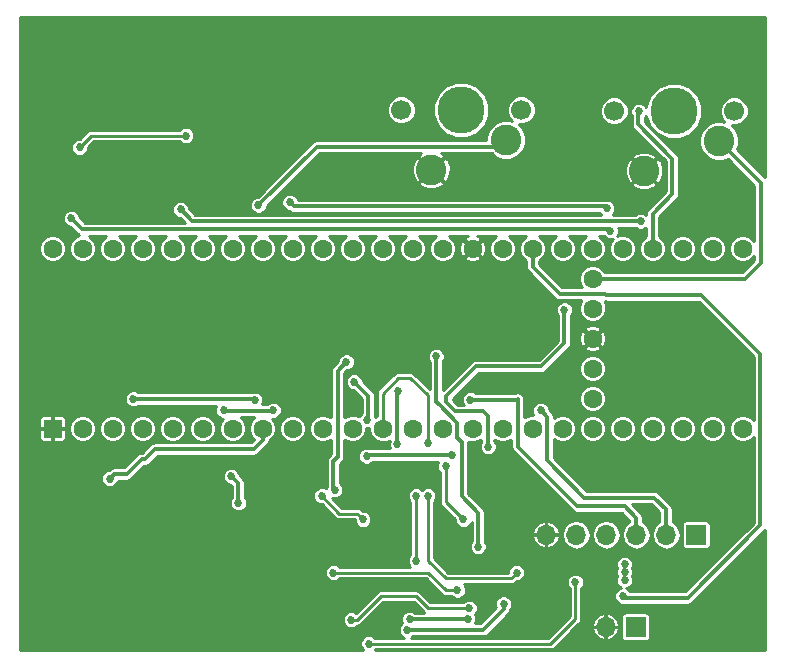
<source format=gbr>
G04 #@! TF.FileFunction,Copper,L2,Bot,Signal*
%FSLAX46Y46*%
G04 Gerber Fmt 4.6, Leading zero omitted, Abs format (unit mm)*
G04 Created by KiCad (PCBNEW 4.0.7) date Saturday, March 17, 2018 'PMt' 07:18:32 PM*
%MOMM*%
%LPD*%
G01*
G04 APERTURE LIST*
%ADD10C,0.050000*%
%ADD11C,0.685800*%
%ADD12C,3.980180*%
%ADD13C,2.600000*%
%ADD14C,1.699260*%
%ADD15R,1.700000X1.700000*%
%ADD16O,1.700000X1.700000*%
%ADD17C,1.600000*%
%ADD18R,1.600000X1.600000*%
%ADD19C,0.250000*%
%ADD20C,0.375000*%
G04 APERTURE END LIST*
D10*
D11*
X114149040Y-109964680D03*
X114149040Y-109314680D03*
X114149040Y-110614680D03*
D12*
X118338600Y-70906640D03*
D13*
X115798600Y-75986640D03*
X122148600Y-73446640D03*
D14*
X123418600Y-70906640D03*
X113258600Y-70906640D03*
D12*
X100319840Y-70830440D03*
D13*
X97779840Y-75910440D03*
X104129840Y-73370440D03*
D14*
X105399840Y-70830440D03*
X95239840Y-70830440D03*
D15*
X120200000Y-106800000D03*
D16*
X117660000Y-106800000D03*
X115120000Y-106800000D03*
X112580000Y-106800000D03*
X110040000Y-106800000D03*
X107500000Y-106800000D03*
D15*
X115077240Y-114594640D03*
D16*
X112537240Y-114594640D03*
D17*
X106359960Y-97805240D03*
X108899960Y-97805240D03*
X111439960Y-97805240D03*
X113979960Y-97805240D03*
X103819960Y-97805240D03*
X101279960Y-97805240D03*
X98739960Y-97805240D03*
X116519960Y-97805240D03*
X119059960Y-97805240D03*
X121599960Y-97805240D03*
X124139960Y-97805240D03*
X111439960Y-95265240D03*
X111439960Y-92725240D03*
X111439960Y-90185240D03*
X111439960Y-87645240D03*
X111439960Y-85105240D03*
X124139960Y-82565240D03*
X121599960Y-82565240D03*
X119059960Y-82565240D03*
X116519960Y-82565240D03*
X113979960Y-82565240D03*
X111439960Y-82565240D03*
X108899960Y-82565240D03*
X106359960Y-82565240D03*
X96199960Y-97805240D03*
X93659960Y-97805240D03*
X91119960Y-97805240D03*
X88579960Y-97805240D03*
X86039960Y-97805240D03*
X83499960Y-97805240D03*
X80959960Y-97805240D03*
X78419960Y-97805240D03*
X75879960Y-97805240D03*
X73339960Y-97805240D03*
X70799960Y-97805240D03*
X68259960Y-97805240D03*
D18*
X65719960Y-97805240D03*
D17*
X103819960Y-82565240D03*
X101279960Y-82565240D03*
X98739960Y-82565240D03*
X96199960Y-82565240D03*
X93659960Y-82565240D03*
X91119960Y-82565240D03*
X88579960Y-82565240D03*
X86039960Y-82565240D03*
X83499960Y-82565240D03*
X80959960Y-82565240D03*
X78419960Y-82565240D03*
X75879960Y-82565240D03*
X73339960Y-82565240D03*
X70799960Y-82565240D03*
X68259960Y-82565240D03*
X65719960Y-82565240D03*
D11*
X76753720Y-100390960D03*
X112694720Y-101986080D03*
X113324640Y-95163640D03*
X117500000Y-109950000D03*
X107650000Y-113000000D03*
X95500000Y-113000000D03*
X69550000Y-106050000D03*
X78000000Y-106250000D03*
X71100000Y-100400000D03*
X73974960Y-103611680D03*
X80850000Y-101850000D03*
X81450000Y-104100000D03*
X109987080Y-110810040D03*
X92506800Y-116022120D03*
X89600000Y-103000000D03*
X90600000Y-92150000D03*
X92300000Y-100150000D03*
X99550000Y-100050000D03*
X94900000Y-99150000D03*
X95000000Y-94600000D03*
X85800000Y-78650000D03*
X112650000Y-79150000D03*
X115500000Y-80250000D03*
X76550000Y-79250000D03*
X115350000Y-70950000D03*
X112950000Y-81050000D03*
X67300000Y-80000000D03*
X109050000Y-87750000D03*
X102600000Y-99350000D03*
X68000000Y-74000000D03*
X77000000Y-73000000D03*
X92350000Y-97050000D03*
X91250000Y-93850000D03*
X95950000Y-113950000D03*
X100850000Y-113900000D03*
X83150000Y-78900000D03*
X70550000Y-102050000D03*
X96500000Y-109000000D03*
X96500000Y-103500000D03*
X100000000Y-111500000D03*
X89500000Y-110000000D03*
X99000000Y-101000000D03*
X100500000Y-105500000D03*
X91000000Y-114000000D03*
X101000000Y-113000000D03*
X105000000Y-110000000D03*
X97500000Y-103500000D03*
X97500000Y-99000000D03*
X88500000Y-103500000D03*
X92000000Y-105500000D03*
X98200000Y-91700000D03*
X101750000Y-107800000D03*
X103900000Y-112650000D03*
X95750000Y-114850000D03*
X114000000Y-112000000D03*
X80200000Y-96250000D03*
X84400000Y-96250000D03*
X107050000Y-96250000D03*
X72550000Y-95300000D03*
X82850000Y-95400000D03*
X101100000Y-95350000D03*
D19*
X112709960Y-101970840D02*
X112694720Y-101986080D01*
X112709960Y-95778320D02*
X112709960Y-101970840D01*
X113324640Y-95163640D02*
X112709960Y-95778320D01*
D20*
X71050000Y-100450000D02*
X71050000Y-100400000D01*
X71100000Y-100500000D02*
X71050000Y-100450000D01*
X71100000Y-100400000D02*
X71100000Y-100500000D01*
X73974960Y-103611680D02*
X73974960Y-103614220D01*
X80850000Y-101850000D02*
X81450000Y-102450000D01*
X81450000Y-102450000D02*
X81450000Y-104100000D01*
D19*
X109987080Y-113893600D02*
X109987080Y-110810040D01*
X107873800Y-116006880D02*
X109987080Y-113893600D01*
X92522040Y-116006880D02*
X107873800Y-116006880D01*
X92506800Y-116022120D02*
X92522040Y-116006880D01*
D20*
X89500000Y-102900000D02*
X89600000Y-103000000D01*
X89500000Y-100550000D02*
X89500000Y-102900000D01*
X89850000Y-100200000D02*
X89500000Y-100550000D01*
X89850000Y-92900000D02*
X89850000Y-100200000D01*
X90600000Y-92150000D02*
X89850000Y-92900000D01*
X92300000Y-100150000D02*
X92400000Y-100050000D01*
X92400000Y-100050000D02*
X99550000Y-100050000D01*
X94900000Y-94700000D02*
X94900000Y-99150000D01*
X95000000Y-94600000D02*
X94900000Y-94700000D01*
X86150000Y-79000000D02*
X85800000Y-78650000D01*
X112500000Y-79000000D02*
X86150000Y-79000000D01*
X112650000Y-79150000D02*
X112500000Y-79000000D01*
X77550000Y-80250000D02*
X115500000Y-80250000D01*
X76550000Y-79250000D02*
X77550000Y-80250000D01*
X116519960Y-79630040D02*
X116519960Y-82565240D01*
X118200000Y-77950000D02*
X116519960Y-79630040D01*
X118200000Y-74950000D02*
X118200000Y-77950000D01*
X115300000Y-72050000D02*
X118200000Y-74950000D01*
X115300000Y-71000000D02*
X115300000Y-72050000D01*
X115350000Y-70950000D02*
X115300000Y-71000000D01*
X112950000Y-81050000D02*
X112850000Y-80950000D01*
X112850000Y-80950000D02*
X68250000Y-80950000D01*
X68250000Y-80950000D02*
X67300000Y-80000000D01*
X109050000Y-90600000D02*
X109050000Y-87750000D01*
X107100000Y-92550000D02*
X109050000Y-90600000D01*
X101550000Y-92550000D02*
X107100000Y-92550000D01*
X99050000Y-95050000D02*
X101550000Y-92550000D01*
X99050000Y-95600000D02*
X99050000Y-95050000D01*
X99800000Y-96350000D02*
X99050000Y-95600000D01*
X102150000Y-96350000D02*
X99800000Y-96350000D01*
X102550000Y-96750000D02*
X102150000Y-96350000D01*
X102550000Y-99300000D02*
X102550000Y-96750000D01*
X102600000Y-99350000D02*
X102550000Y-99300000D01*
D19*
X68000000Y-74000000D02*
X69000000Y-73000000D01*
X69000000Y-73000000D02*
X77000000Y-73000000D01*
D20*
X92350000Y-97050000D02*
X92450000Y-96950000D01*
X92450000Y-96950000D02*
X92450000Y-95050000D01*
X92450000Y-95050000D02*
X91250000Y-93850000D01*
X100800000Y-113950000D02*
X95950000Y-113950000D01*
X100850000Y-113900000D02*
X100800000Y-113950000D01*
X88100000Y-73950000D02*
X103550280Y-73950000D01*
X83150000Y-78900000D02*
X88100000Y-73950000D01*
X103550280Y-73950000D02*
X104129840Y-73370440D01*
X111439960Y-85105240D02*
X124344760Y-85105240D01*
X125700000Y-76998040D02*
X122148600Y-73446640D01*
X125700000Y-83750000D02*
X125700000Y-76998040D01*
X124344760Y-85105240D02*
X125700000Y-83750000D01*
X83499960Y-98800040D02*
X83499960Y-97805240D01*
X82750000Y-99550000D02*
X83499960Y-98800040D01*
X74400000Y-99550000D02*
X82750000Y-99550000D01*
X73550000Y-100400000D02*
X74400000Y-99550000D01*
X73250000Y-100400000D02*
X73550000Y-100400000D01*
X72000000Y-101650000D02*
X73250000Y-100400000D01*
X70950000Y-101650000D02*
X72000000Y-101650000D01*
X70550000Y-102050000D02*
X70950000Y-101650000D01*
D19*
X96500000Y-103500000D02*
X96500000Y-109000000D01*
X99000000Y-111500000D02*
X100000000Y-111500000D01*
X97500000Y-110000000D02*
X99000000Y-111500000D01*
X89500000Y-110000000D02*
X97500000Y-110000000D01*
X99000000Y-104000000D02*
X99000000Y-101000000D01*
X100500000Y-105500000D02*
X99000000Y-104000000D01*
X91500000Y-114000000D02*
X91000000Y-114000000D01*
X93500000Y-112000000D02*
X91500000Y-114000000D01*
X96500000Y-112000000D02*
X93500000Y-112000000D01*
X97500000Y-113000000D02*
X96500000Y-112000000D01*
X101000000Y-113000000D02*
X97500000Y-113000000D01*
X93659960Y-97805240D02*
X93659960Y-94840040D01*
X104500000Y-110500000D02*
X105000000Y-110000000D01*
X99000000Y-110500000D02*
X104500000Y-110500000D01*
X97500000Y-109000000D02*
X99000000Y-110500000D01*
X97500000Y-103500000D02*
X97500000Y-109000000D01*
X97500000Y-95000000D02*
X97500000Y-99000000D01*
X96000000Y-93500000D02*
X97500000Y-95000000D01*
X95000000Y-93500000D02*
X96000000Y-93500000D01*
X93659960Y-94840040D02*
X95000000Y-93500000D01*
X90000000Y-105000000D02*
X88500000Y-103500000D01*
X91500000Y-105000000D02*
X90000000Y-105000000D01*
X92000000Y-105500000D02*
X91500000Y-105000000D01*
D20*
X98200000Y-95550000D02*
X98200000Y-91700000D01*
X98486824Y-95836824D02*
X98200000Y-95550000D01*
X98486824Y-95850000D02*
X98486824Y-95836824D01*
X100000000Y-97363176D02*
X98486824Y-95850000D01*
X100000000Y-98600000D02*
X100000000Y-97363176D01*
X100350000Y-98950000D02*
X100000000Y-98600000D01*
X100350000Y-103550000D02*
X100350000Y-98950000D01*
X101750000Y-104950000D02*
X100350000Y-103550000D01*
X101750000Y-107800000D02*
X101750000Y-104950000D01*
X103900000Y-113100000D02*
X103900000Y-112650000D01*
X102150000Y-114850000D02*
X103900000Y-113100000D01*
X95750000Y-114850000D02*
X102150000Y-114850000D01*
X106359960Y-82565240D02*
X106359960Y-84109960D01*
X108650000Y-86400000D02*
X106359960Y-84109960D01*
X112500000Y-86400000D02*
X108650000Y-86400000D01*
X112600000Y-86500000D02*
X112500000Y-86400000D01*
X120650000Y-86500000D02*
X112600000Y-86500000D01*
X125650000Y-91500000D02*
X120650000Y-86500000D01*
X125650000Y-106000000D02*
X125650000Y-91500000D01*
X119500000Y-112150000D02*
X125650000Y-106000000D01*
X114150000Y-112150000D02*
X119500000Y-112150000D01*
X114150000Y-112150000D02*
X114000000Y-112000000D01*
X80200000Y-96250000D02*
X80250000Y-96300000D01*
X80250000Y-96300000D02*
X84350000Y-96300000D01*
X84350000Y-96300000D02*
X84400000Y-96250000D01*
X107050000Y-96250000D02*
X107600000Y-96800000D01*
X107600000Y-96800000D02*
X107600000Y-100500000D01*
X107600000Y-100500000D02*
X110750000Y-103650000D01*
X110750000Y-103650000D02*
X116650000Y-103650000D01*
X116650000Y-103650000D02*
X117660000Y-104660000D01*
X117660000Y-104660000D02*
X117660000Y-106800000D01*
X115120000Y-106800000D02*
X115120000Y-105370000D01*
X82750000Y-95300000D02*
X72550000Y-95300000D01*
X82850000Y-95400000D02*
X82750000Y-95300000D01*
X105050000Y-95350000D02*
X101100000Y-95350000D01*
X105100000Y-95300000D02*
X105050000Y-95350000D01*
X105100000Y-99350000D02*
X105100000Y-95300000D01*
X110150000Y-104400000D02*
X105100000Y-99350000D01*
X114150000Y-104400000D02*
X110150000Y-104400000D01*
X115120000Y-105370000D02*
X114150000Y-104400000D01*
D19*
G36*
X126025000Y-76527544D02*
X123663529Y-74166073D01*
X123823308Y-73781280D01*
X123823890Y-73114924D01*
X123569424Y-72499068D01*
X123202079Y-72131082D01*
X123661125Y-72131482D01*
X124111391Y-71945436D01*
X124456185Y-71601243D01*
X124643017Y-71151303D01*
X124643442Y-70664115D01*
X124457396Y-70213849D01*
X124113203Y-69869055D01*
X123663263Y-69682223D01*
X123176075Y-69681798D01*
X122725809Y-69867844D01*
X122381015Y-70212037D01*
X122194183Y-70661977D01*
X122193758Y-71149165D01*
X122379804Y-71599431D01*
X122600688Y-71820700D01*
X122483240Y-71771932D01*
X121816884Y-71771350D01*
X121201028Y-72025816D01*
X120729432Y-72496590D01*
X120473892Y-73112000D01*
X120473310Y-73778356D01*
X120727776Y-74394212D01*
X121198550Y-74865808D01*
X121813960Y-75121348D01*
X122480316Y-75121930D01*
X122868146Y-74961682D01*
X125137500Y-77231036D01*
X125137500Y-81902563D01*
X125136658Y-81900525D01*
X124806413Y-81569704D01*
X124374707Y-81390444D01*
X123907263Y-81390036D01*
X123475245Y-81568542D01*
X123144424Y-81898787D01*
X122965164Y-82330493D01*
X122964756Y-82797937D01*
X123143262Y-83229955D01*
X123473507Y-83560776D01*
X123905213Y-83740036D01*
X124372657Y-83740444D01*
X124804675Y-83561938D01*
X125135496Y-83231693D01*
X125137500Y-83226867D01*
X125137500Y-83517005D01*
X124111764Y-84542740D01*
X112478892Y-84542740D01*
X112436658Y-84440525D01*
X112106413Y-84109704D01*
X111674707Y-83930444D01*
X111207263Y-83930036D01*
X110775245Y-84108542D01*
X110444424Y-84438787D01*
X110265164Y-84870493D01*
X110264756Y-85337937D01*
X110443262Y-85769955D01*
X110510689Y-85837500D01*
X108882995Y-85837500D01*
X106922460Y-83876964D01*
X106922460Y-83604172D01*
X107024675Y-83561938D01*
X107355496Y-83231693D01*
X107534756Y-82799987D01*
X107535164Y-82332543D01*
X107356658Y-81900525D01*
X107026413Y-81569704D01*
X106888650Y-81512500D01*
X108370877Y-81512500D01*
X108235245Y-81568542D01*
X107904424Y-81898787D01*
X107725164Y-82330493D01*
X107724756Y-82797937D01*
X107903262Y-83229955D01*
X108233507Y-83560776D01*
X108665213Y-83740036D01*
X109132657Y-83740444D01*
X109564675Y-83561938D01*
X109895496Y-83231693D01*
X110074756Y-82799987D01*
X110075164Y-82332543D01*
X109896658Y-81900525D01*
X109566413Y-81569704D01*
X109428650Y-81512500D01*
X110910877Y-81512500D01*
X110775245Y-81568542D01*
X110444424Y-81898787D01*
X110265164Y-82330493D01*
X110264756Y-82797937D01*
X110443262Y-83229955D01*
X110773507Y-83560776D01*
X111205213Y-83740036D01*
X111672657Y-83740444D01*
X112104675Y-83561938D01*
X112435496Y-83231693D01*
X112614756Y-82799987D01*
X112615164Y-82332543D01*
X112436658Y-81900525D01*
X112106413Y-81569704D01*
X111968650Y-81512500D01*
X112397316Y-81512500D01*
X112542812Y-81658251D01*
X112806574Y-81767775D01*
X113092173Y-81768024D01*
X113131830Y-81751638D01*
X112984424Y-81898787D01*
X112805164Y-82330493D01*
X112804756Y-82797937D01*
X112983262Y-83229955D01*
X113313507Y-83560776D01*
X113745213Y-83740036D01*
X114212657Y-83740444D01*
X114644675Y-83561938D01*
X114975496Y-83231693D01*
X115154756Y-82799987D01*
X115155164Y-82332543D01*
X114976658Y-81900525D01*
X114646413Y-81569704D01*
X114214707Y-81390444D01*
X113747263Y-81390036D01*
X113539542Y-81475865D01*
X113558251Y-81457188D01*
X113667775Y-81193426D01*
X113668024Y-80907827D01*
X113628635Y-80812500D01*
X115047141Y-80812500D01*
X115092812Y-80858251D01*
X115356574Y-80967775D01*
X115642173Y-80968024D01*
X115906126Y-80858960D01*
X115957460Y-80807716D01*
X115957460Y-81526308D01*
X115855245Y-81568542D01*
X115524424Y-81898787D01*
X115345164Y-82330493D01*
X115344756Y-82797937D01*
X115523262Y-83229955D01*
X115853507Y-83560776D01*
X116285213Y-83740036D01*
X116752657Y-83740444D01*
X117184675Y-83561938D01*
X117515496Y-83231693D01*
X117694756Y-82799987D01*
X117694757Y-82797937D01*
X117884756Y-82797937D01*
X118063262Y-83229955D01*
X118393507Y-83560776D01*
X118825213Y-83740036D01*
X119292657Y-83740444D01*
X119724675Y-83561938D01*
X120055496Y-83231693D01*
X120234756Y-82799987D01*
X120234757Y-82797937D01*
X120424756Y-82797937D01*
X120603262Y-83229955D01*
X120933507Y-83560776D01*
X121365213Y-83740036D01*
X121832657Y-83740444D01*
X122264675Y-83561938D01*
X122595496Y-83231693D01*
X122774756Y-82799987D01*
X122775164Y-82332543D01*
X122596658Y-81900525D01*
X122266413Y-81569704D01*
X121834707Y-81390444D01*
X121367263Y-81390036D01*
X120935245Y-81568542D01*
X120604424Y-81898787D01*
X120425164Y-82330493D01*
X120424756Y-82797937D01*
X120234757Y-82797937D01*
X120235164Y-82332543D01*
X120056658Y-81900525D01*
X119726413Y-81569704D01*
X119294707Y-81390444D01*
X118827263Y-81390036D01*
X118395245Y-81568542D01*
X118064424Y-81898787D01*
X117885164Y-82330493D01*
X117884756Y-82797937D01*
X117694757Y-82797937D01*
X117695164Y-82332543D01*
X117516658Y-81900525D01*
X117186413Y-81569704D01*
X117082460Y-81526539D01*
X117082460Y-79863036D01*
X118597745Y-78347750D01*
X118597748Y-78347748D01*
X118708346Y-78182225D01*
X118719682Y-78165260D01*
X118762500Y-77950000D01*
X118762500Y-74950000D01*
X118750635Y-74890350D01*
X118719682Y-74734740D01*
X118650826Y-74631690D01*
X118597748Y-74552252D01*
X118597745Y-74552250D01*
X115862500Y-71817004D01*
X115862500Y-71452772D01*
X115958251Y-71357188D01*
X115973147Y-71321315D01*
X115973100Y-71375022D01*
X116332405Y-72244606D01*
X116997135Y-72910497D01*
X117866091Y-73271319D01*
X118806982Y-73272140D01*
X119676566Y-72912835D01*
X120342457Y-72248105D01*
X120703279Y-71379149D01*
X120704100Y-70438258D01*
X120344795Y-69568674D01*
X119680065Y-68902783D01*
X118811109Y-68541961D01*
X117870218Y-68541140D01*
X117000634Y-68900445D01*
X116334743Y-69565175D01*
X115973921Y-70434131D01*
X115973794Y-70579775D01*
X115958960Y-70543874D01*
X115757188Y-70341749D01*
X115493426Y-70232225D01*
X115207827Y-70231976D01*
X114943874Y-70341040D01*
X114741749Y-70542812D01*
X114632225Y-70806574D01*
X114631976Y-71092173D01*
X114737500Y-71347559D01*
X114737500Y-72049995D01*
X114737499Y-72050000D01*
X114780318Y-72265260D01*
X114902252Y-72447748D01*
X117637500Y-75182995D01*
X117637500Y-77717005D01*
X116122212Y-79232292D01*
X116000278Y-79414780D01*
X115957459Y-79630040D01*
X115957460Y-79630045D01*
X115957460Y-79692109D01*
X115907188Y-79641749D01*
X115643426Y-79532225D01*
X115357827Y-79531976D01*
X115093874Y-79641040D01*
X115047333Y-79687500D01*
X113127711Y-79687500D01*
X113258251Y-79557188D01*
X113367775Y-79293426D01*
X113368024Y-79007827D01*
X113258960Y-78743874D01*
X113057188Y-78541749D01*
X112793426Y-78432225D01*
X112507827Y-78431976D01*
X112494458Y-78437500D01*
X86488965Y-78437500D01*
X86408960Y-78243874D01*
X86207188Y-78041749D01*
X85943426Y-77932225D01*
X85657827Y-77931976D01*
X85393874Y-78041040D01*
X85191749Y-78242812D01*
X85082225Y-78506574D01*
X85081976Y-78792173D01*
X85191040Y-79056126D01*
X85392812Y-79258251D01*
X85656574Y-79367775D01*
X85722337Y-79367832D01*
X85752250Y-79397745D01*
X85752252Y-79397748D01*
X85849163Y-79462501D01*
X85934741Y-79519682D01*
X86150000Y-79562501D01*
X86150005Y-79562500D01*
X112047403Y-79562500D01*
X112172185Y-79687500D01*
X77782995Y-79687500D01*
X77267968Y-79172472D01*
X77268024Y-79107827D01*
X77240897Y-79042173D01*
X82431976Y-79042173D01*
X82541040Y-79306126D01*
X82742812Y-79508251D01*
X83006574Y-79617775D01*
X83292173Y-79618024D01*
X83556126Y-79508960D01*
X83758251Y-79307188D01*
X83867775Y-79043426D01*
X83867832Y-78977664D01*
X85803410Y-77042085D01*
X96683550Y-77042085D01*
X96826313Y-77265390D01*
X97417413Y-77527150D01*
X98063689Y-77542780D01*
X98666752Y-77309901D01*
X98733367Y-77265390D01*
X98827413Y-77118285D01*
X114702310Y-77118285D01*
X114845073Y-77341590D01*
X115436173Y-77603350D01*
X116082449Y-77618980D01*
X116685512Y-77386101D01*
X116752127Y-77341590D01*
X116894890Y-77118285D01*
X115798600Y-76021995D01*
X114702310Y-77118285D01*
X98827413Y-77118285D01*
X98876130Y-77042085D01*
X97779840Y-75945795D01*
X96683550Y-77042085D01*
X85803410Y-77042085D01*
X86651206Y-76194289D01*
X96147500Y-76194289D01*
X96380379Y-76797352D01*
X96424890Y-76863967D01*
X96648195Y-77006730D01*
X97744485Y-75910440D01*
X97815195Y-75910440D01*
X98911485Y-77006730D01*
X99134790Y-76863967D01*
X99396550Y-76272867D01*
X99396607Y-76270489D01*
X114166260Y-76270489D01*
X114399139Y-76873552D01*
X114443650Y-76940167D01*
X114666955Y-77082930D01*
X115763245Y-75986640D01*
X115833955Y-75986640D01*
X116930245Y-77082930D01*
X117153550Y-76940167D01*
X117415310Y-76349067D01*
X117430940Y-75702791D01*
X117198061Y-75099728D01*
X117153550Y-75033113D01*
X116930245Y-74890350D01*
X115833955Y-75986640D01*
X115763245Y-75986640D01*
X114666955Y-74890350D01*
X114443650Y-75033113D01*
X114181890Y-75624213D01*
X114166260Y-76270489D01*
X99396607Y-76270489D01*
X99412180Y-75626591D01*
X99179301Y-75023528D01*
X99134790Y-74956913D01*
X98911485Y-74814150D01*
X97815195Y-75910440D01*
X97744485Y-75910440D01*
X96648195Y-74814150D01*
X96424890Y-74956913D01*
X96163130Y-75548013D01*
X96147500Y-76194289D01*
X86651206Y-76194289D01*
X88332995Y-74512500D01*
X96890652Y-74512500D01*
X96826313Y-74555490D01*
X96683550Y-74778795D01*
X97779840Y-75875085D01*
X98876130Y-74778795D01*
X98733367Y-74555490D01*
X98636288Y-74512500D01*
X102903165Y-74512500D01*
X103179790Y-74789608D01*
X103795200Y-75045148D01*
X104461556Y-75045730D01*
X104923170Y-74854995D01*
X114702310Y-74854995D01*
X115798600Y-75951285D01*
X116894890Y-74854995D01*
X116752127Y-74631690D01*
X116161027Y-74369930D01*
X115514751Y-74354300D01*
X114911688Y-74587179D01*
X114845073Y-74631690D01*
X114702310Y-74854995D01*
X104923170Y-74854995D01*
X105077412Y-74791264D01*
X105549008Y-74320490D01*
X105804548Y-73705080D01*
X105805130Y-73038724D01*
X105550664Y-72422868D01*
X105183319Y-72054882D01*
X105642365Y-72055282D01*
X106092631Y-71869236D01*
X106437425Y-71525043D01*
X106593503Y-71149165D01*
X112033758Y-71149165D01*
X112219804Y-71599431D01*
X112563997Y-71944225D01*
X113013937Y-72131057D01*
X113501125Y-72131482D01*
X113951391Y-71945436D01*
X114296185Y-71601243D01*
X114483017Y-71151303D01*
X114483442Y-70664115D01*
X114297396Y-70213849D01*
X113953203Y-69869055D01*
X113503263Y-69682223D01*
X113016075Y-69681798D01*
X112565809Y-69867844D01*
X112221015Y-70212037D01*
X112034183Y-70661977D01*
X112033758Y-71149165D01*
X106593503Y-71149165D01*
X106624257Y-71075103D01*
X106624682Y-70587915D01*
X106438636Y-70137649D01*
X106094443Y-69792855D01*
X105644503Y-69606023D01*
X105157315Y-69605598D01*
X104707049Y-69791644D01*
X104362255Y-70135837D01*
X104175423Y-70585777D01*
X104174998Y-71072965D01*
X104361044Y-71523231D01*
X104581928Y-71744500D01*
X104464480Y-71695732D01*
X103798124Y-71695150D01*
X103182268Y-71949616D01*
X102710672Y-72420390D01*
X102455132Y-73035800D01*
X102454825Y-73387500D01*
X88100005Y-73387500D01*
X88100000Y-73387499D01*
X87884740Y-73430318D01*
X87811646Y-73479158D01*
X87702252Y-73552252D01*
X87702250Y-73552255D01*
X83072472Y-78182032D01*
X83007827Y-78181976D01*
X82743874Y-78291040D01*
X82541749Y-78492812D01*
X82432225Y-78756574D01*
X82431976Y-79042173D01*
X77240897Y-79042173D01*
X77158960Y-78843874D01*
X76957188Y-78641749D01*
X76693426Y-78532225D01*
X76407827Y-78531976D01*
X76143874Y-78641040D01*
X75941749Y-78842812D01*
X75832225Y-79106574D01*
X75831976Y-79392173D01*
X75941040Y-79656126D01*
X76142812Y-79858251D01*
X76406574Y-79967775D01*
X76472337Y-79967832D01*
X76892005Y-80387500D01*
X68482995Y-80387500D01*
X68017968Y-79922472D01*
X68018024Y-79857827D01*
X67908960Y-79593874D01*
X67707188Y-79391749D01*
X67443426Y-79282225D01*
X67157827Y-79281976D01*
X66893874Y-79391040D01*
X66691749Y-79592812D01*
X66582225Y-79856574D01*
X66581976Y-80142173D01*
X66691040Y-80406126D01*
X66892812Y-80608251D01*
X67156574Y-80717775D01*
X67222337Y-80717832D01*
X67852250Y-81347745D01*
X67852252Y-81347748D01*
X67916152Y-81390444D01*
X67958231Y-81418560D01*
X67595245Y-81568542D01*
X67264424Y-81898787D01*
X67085164Y-82330493D01*
X67084756Y-82797937D01*
X67263262Y-83229955D01*
X67593507Y-83560776D01*
X68025213Y-83740036D01*
X68492657Y-83740444D01*
X68924675Y-83561938D01*
X69255496Y-83231693D01*
X69434756Y-82799987D01*
X69435164Y-82332543D01*
X69256658Y-81900525D01*
X68926413Y-81569704D01*
X68788650Y-81512500D01*
X70270877Y-81512500D01*
X70135245Y-81568542D01*
X69804424Y-81898787D01*
X69625164Y-82330493D01*
X69624756Y-82797937D01*
X69803262Y-83229955D01*
X70133507Y-83560776D01*
X70565213Y-83740036D01*
X71032657Y-83740444D01*
X71464675Y-83561938D01*
X71795496Y-83231693D01*
X71974756Y-82799987D01*
X71975164Y-82332543D01*
X71796658Y-81900525D01*
X71466413Y-81569704D01*
X71328650Y-81512500D01*
X72810877Y-81512500D01*
X72675245Y-81568542D01*
X72344424Y-81898787D01*
X72165164Y-82330493D01*
X72164756Y-82797937D01*
X72343262Y-83229955D01*
X72673507Y-83560776D01*
X73105213Y-83740036D01*
X73572657Y-83740444D01*
X74004675Y-83561938D01*
X74335496Y-83231693D01*
X74514756Y-82799987D01*
X74515164Y-82332543D01*
X74336658Y-81900525D01*
X74006413Y-81569704D01*
X73868650Y-81512500D01*
X75350877Y-81512500D01*
X75215245Y-81568542D01*
X74884424Y-81898787D01*
X74705164Y-82330493D01*
X74704756Y-82797937D01*
X74883262Y-83229955D01*
X75213507Y-83560776D01*
X75645213Y-83740036D01*
X76112657Y-83740444D01*
X76544675Y-83561938D01*
X76875496Y-83231693D01*
X77054756Y-82799987D01*
X77055164Y-82332543D01*
X76876658Y-81900525D01*
X76546413Y-81569704D01*
X76408650Y-81512500D01*
X77890877Y-81512500D01*
X77755245Y-81568542D01*
X77424424Y-81898787D01*
X77245164Y-82330493D01*
X77244756Y-82797937D01*
X77423262Y-83229955D01*
X77753507Y-83560776D01*
X78185213Y-83740036D01*
X78652657Y-83740444D01*
X79084675Y-83561938D01*
X79415496Y-83231693D01*
X79594756Y-82799987D01*
X79595164Y-82332543D01*
X79416658Y-81900525D01*
X79086413Y-81569704D01*
X78948650Y-81512500D01*
X80430877Y-81512500D01*
X80295245Y-81568542D01*
X79964424Y-81898787D01*
X79785164Y-82330493D01*
X79784756Y-82797937D01*
X79963262Y-83229955D01*
X80293507Y-83560776D01*
X80725213Y-83740036D01*
X81192657Y-83740444D01*
X81624675Y-83561938D01*
X81955496Y-83231693D01*
X82134756Y-82799987D01*
X82135164Y-82332543D01*
X81956658Y-81900525D01*
X81626413Y-81569704D01*
X81488650Y-81512500D01*
X82970877Y-81512500D01*
X82835245Y-81568542D01*
X82504424Y-81898787D01*
X82325164Y-82330493D01*
X82324756Y-82797937D01*
X82503262Y-83229955D01*
X82833507Y-83560776D01*
X83265213Y-83740036D01*
X83732657Y-83740444D01*
X84164675Y-83561938D01*
X84495496Y-83231693D01*
X84674756Y-82799987D01*
X84675164Y-82332543D01*
X84496658Y-81900525D01*
X84166413Y-81569704D01*
X84028650Y-81512500D01*
X85510877Y-81512500D01*
X85375245Y-81568542D01*
X85044424Y-81898787D01*
X84865164Y-82330493D01*
X84864756Y-82797937D01*
X85043262Y-83229955D01*
X85373507Y-83560776D01*
X85805213Y-83740036D01*
X86272657Y-83740444D01*
X86704675Y-83561938D01*
X87035496Y-83231693D01*
X87214756Y-82799987D01*
X87215164Y-82332543D01*
X87036658Y-81900525D01*
X86706413Y-81569704D01*
X86568650Y-81512500D01*
X88050877Y-81512500D01*
X87915245Y-81568542D01*
X87584424Y-81898787D01*
X87405164Y-82330493D01*
X87404756Y-82797937D01*
X87583262Y-83229955D01*
X87913507Y-83560776D01*
X88345213Y-83740036D01*
X88812657Y-83740444D01*
X89244675Y-83561938D01*
X89575496Y-83231693D01*
X89754756Y-82799987D01*
X89755164Y-82332543D01*
X89576658Y-81900525D01*
X89246413Y-81569704D01*
X89108650Y-81512500D01*
X90590877Y-81512500D01*
X90455245Y-81568542D01*
X90124424Y-81898787D01*
X89945164Y-82330493D01*
X89944756Y-82797937D01*
X90123262Y-83229955D01*
X90453507Y-83560776D01*
X90885213Y-83740036D01*
X91352657Y-83740444D01*
X91784675Y-83561938D01*
X92115496Y-83231693D01*
X92294756Y-82799987D01*
X92295164Y-82332543D01*
X92116658Y-81900525D01*
X91786413Y-81569704D01*
X91648650Y-81512500D01*
X93130877Y-81512500D01*
X92995245Y-81568542D01*
X92664424Y-81898787D01*
X92485164Y-82330493D01*
X92484756Y-82797937D01*
X92663262Y-83229955D01*
X92993507Y-83560776D01*
X93425213Y-83740036D01*
X93892657Y-83740444D01*
X94324675Y-83561938D01*
X94655496Y-83231693D01*
X94834756Y-82799987D01*
X94835164Y-82332543D01*
X94656658Y-81900525D01*
X94326413Y-81569704D01*
X94188650Y-81512500D01*
X95670877Y-81512500D01*
X95535245Y-81568542D01*
X95204424Y-81898787D01*
X95025164Y-82330493D01*
X95024756Y-82797937D01*
X95203262Y-83229955D01*
X95533507Y-83560776D01*
X95965213Y-83740036D01*
X96432657Y-83740444D01*
X96864675Y-83561938D01*
X97195496Y-83231693D01*
X97374756Y-82799987D01*
X97375164Y-82332543D01*
X97196658Y-81900525D01*
X96866413Y-81569704D01*
X96728650Y-81512500D01*
X98210877Y-81512500D01*
X98075245Y-81568542D01*
X97744424Y-81898787D01*
X97565164Y-82330493D01*
X97564756Y-82797937D01*
X97743262Y-83229955D01*
X98073507Y-83560776D01*
X98505213Y-83740036D01*
X98972657Y-83740444D01*
X99404675Y-83561938D01*
X99630668Y-83336338D01*
X100544218Y-83336338D01*
X100626132Y-83507690D01*
X101036561Y-83686160D01*
X101484046Y-83693980D01*
X101900461Y-83529959D01*
X101933788Y-83507690D01*
X102015702Y-83336338D01*
X101279960Y-82600595D01*
X100544218Y-83336338D01*
X99630668Y-83336338D01*
X99735496Y-83231693D01*
X99914756Y-82799987D01*
X99914782Y-82769326D01*
X100151220Y-82769326D01*
X100315241Y-83185741D01*
X100337510Y-83219068D01*
X100508862Y-83300982D01*
X101244605Y-82565240D01*
X101315315Y-82565240D01*
X102051058Y-83300982D01*
X102222410Y-83219068D01*
X102400880Y-82808639D01*
X102408700Y-82361154D01*
X102244679Y-81944739D01*
X102222410Y-81911412D01*
X102051058Y-81829498D01*
X101315315Y-82565240D01*
X101244605Y-82565240D01*
X100508862Y-81829498D01*
X100337510Y-81911412D01*
X100159040Y-82321841D01*
X100151220Y-82769326D01*
X99914782Y-82769326D01*
X99915164Y-82332543D01*
X99736658Y-81900525D01*
X99406413Y-81569704D01*
X99268650Y-81512500D01*
X100882926Y-81512500D01*
X100659459Y-81600521D01*
X100626132Y-81622790D01*
X100544218Y-81794142D01*
X101279960Y-82529885D01*
X102015702Y-81794142D01*
X101933788Y-81622790D01*
X101680153Y-81512500D01*
X103290877Y-81512500D01*
X103155245Y-81568542D01*
X102824424Y-81898787D01*
X102645164Y-82330493D01*
X102644756Y-82797937D01*
X102823262Y-83229955D01*
X103153507Y-83560776D01*
X103585213Y-83740036D01*
X104052657Y-83740444D01*
X104484675Y-83561938D01*
X104815496Y-83231693D01*
X104994756Y-82799987D01*
X104995164Y-82332543D01*
X104816658Y-81900525D01*
X104486413Y-81569704D01*
X104348650Y-81512500D01*
X105830877Y-81512500D01*
X105695245Y-81568542D01*
X105364424Y-81898787D01*
X105185164Y-82330493D01*
X105184756Y-82797937D01*
X105363262Y-83229955D01*
X105693507Y-83560776D01*
X105797460Y-83603941D01*
X105797460Y-84109955D01*
X105797459Y-84109960D01*
X105840278Y-84325220D01*
X105962212Y-84507708D01*
X108252250Y-86797745D01*
X108252252Y-86797748D01*
X108401913Y-86897747D01*
X108434741Y-86919682D01*
X108650000Y-86962501D01*
X108650005Y-86962500D01*
X110460739Y-86962500D01*
X110444424Y-86978787D01*
X110265164Y-87410493D01*
X110264756Y-87877937D01*
X110443262Y-88309955D01*
X110773507Y-88640776D01*
X111205213Y-88820036D01*
X111672657Y-88820444D01*
X112104675Y-88641938D01*
X112435496Y-88311693D01*
X112614756Y-87879987D01*
X112615164Y-87412543D01*
X112458935Y-87034440D01*
X112600000Y-87062500D01*
X120417004Y-87062500D01*
X125087500Y-91732995D01*
X125087500Y-97091281D01*
X124806413Y-96809704D01*
X124374707Y-96630444D01*
X123907263Y-96630036D01*
X123475245Y-96808542D01*
X123144424Y-97138787D01*
X122965164Y-97570493D01*
X122964756Y-98037937D01*
X123143262Y-98469955D01*
X123473507Y-98800776D01*
X123905213Y-98980036D01*
X124372657Y-98980444D01*
X124804675Y-98801938D01*
X125087500Y-98519605D01*
X125087500Y-105767005D01*
X119267004Y-111587500D01*
X114602597Y-111587500D01*
X114407188Y-111391749D01*
X114264937Y-111332681D01*
X114291213Y-111332704D01*
X114555166Y-111223640D01*
X114757291Y-111021868D01*
X114866815Y-110758106D01*
X114867064Y-110472507D01*
X114791470Y-110289557D01*
X114866815Y-110108106D01*
X114867064Y-109822507D01*
X114791470Y-109639557D01*
X114866815Y-109458106D01*
X114867064Y-109172507D01*
X114758000Y-108908554D01*
X114556228Y-108706429D01*
X114292466Y-108596905D01*
X114006867Y-108596656D01*
X113742914Y-108705720D01*
X113540789Y-108907492D01*
X113431265Y-109171254D01*
X113431016Y-109456853D01*
X113506610Y-109639803D01*
X113431265Y-109821254D01*
X113431016Y-110106853D01*
X113506610Y-110289803D01*
X113431265Y-110471254D01*
X113431016Y-110756853D01*
X113540080Y-111020806D01*
X113741852Y-111222931D01*
X113884103Y-111281999D01*
X113857827Y-111281976D01*
X113593874Y-111391040D01*
X113391749Y-111592812D01*
X113282225Y-111856574D01*
X113281976Y-112142173D01*
X113391040Y-112406126D01*
X113592812Y-112608251D01*
X113856574Y-112717775D01*
X114142173Y-112718024D01*
X114155542Y-112712500D01*
X119499995Y-112712500D01*
X119500000Y-112712501D01*
X119715260Y-112669682D01*
X119897748Y-112547748D01*
X126025000Y-106420495D01*
X126025000Y-116525000D01*
X93019192Y-116525000D01*
X93037343Y-116506880D01*
X107873800Y-116506880D01*
X108065142Y-116468820D01*
X108227353Y-116360433D01*
X109784685Y-114803101D01*
X111380878Y-114803101D01*
X111548675Y-115229753D01*
X111866972Y-115559715D01*
X112287311Y-115742753D01*
X112328779Y-115751000D01*
X112512240Y-115688104D01*
X112512240Y-114619640D01*
X112562240Y-114619640D01*
X112562240Y-115688104D01*
X112745701Y-115751000D01*
X112787169Y-115742753D01*
X113207508Y-115559715D01*
X113525805Y-115229753D01*
X113693602Y-114803101D01*
X113630726Y-114619640D01*
X112562240Y-114619640D01*
X112512240Y-114619640D01*
X111443754Y-114619640D01*
X111380878Y-114803101D01*
X109784685Y-114803101D01*
X110201607Y-114386179D01*
X111380878Y-114386179D01*
X111443754Y-114569640D01*
X112512240Y-114569640D01*
X112512240Y-113501176D01*
X112562240Y-113501176D01*
X112562240Y-114569640D01*
X113630726Y-114569640D01*
X113693602Y-114386179D01*
X113525805Y-113959527D01*
X113318515Y-113744640D01*
X113844894Y-113744640D01*
X113844894Y-115444640D01*
X113871042Y-115583606D01*
X113953171Y-115711239D01*
X114078486Y-115796863D01*
X114227240Y-115826986D01*
X115927240Y-115826986D01*
X116066206Y-115800838D01*
X116193839Y-115718709D01*
X116279463Y-115593394D01*
X116309586Y-115444640D01*
X116309586Y-113744640D01*
X116283438Y-113605674D01*
X116201309Y-113478041D01*
X116075994Y-113392417D01*
X115927240Y-113362294D01*
X114227240Y-113362294D01*
X114088274Y-113388442D01*
X113960641Y-113470571D01*
X113875017Y-113595886D01*
X113844894Y-113744640D01*
X113318515Y-113744640D01*
X113207508Y-113629565D01*
X112787169Y-113446527D01*
X112745701Y-113438280D01*
X112562240Y-113501176D01*
X112512240Y-113501176D01*
X112328779Y-113438280D01*
X112287311Y-113446527D01*
X111866972Y-113629565D01*
X111548675Y-113959527D01*
X111380878Y-114386179D01*
X110201607Y-114386179D01*
X110340633Y-114247154D01*
X110449020Y-114084942D01*
X110457527Y-114042173D01*
X110487080Y-113893600D01*
X110487080Y-111325290D01*
X110595331Y-111217228D01*
X110704855Y-110953466D01*
X110705104Y-110667867D01*
X110596040Y-110403914D01*
X110394268Y-110201789D01*
X110130506Y-110092265D01*
X109844907Y-110092016D01*
X109580954Y-110201080D01*
X109378829Y-110402852D01*
X109269305Y-110666614D01*
X109269056Y-110952213D01*
X109378120Y-111216166D01*
X109487080Y-111325317D01*
X109487080Y-113686493D01*
X107666694Y-115506880D01*
X96040152Y-115506880D01*
X96156126Y-115458960D01*
X96202667Y-115412500D01*
X102149995Y-115412500D01*
X102150000Y-115412501D01*
X102365260Y-115369682D01*
X102547748Y-115247748D01*
X104297745Y-113497750D01*
X104297748Y-113497748D01*
X104419682Y-113315259D01*
X104461792Y-113103566D01*
X104508251Y-113057188D01*
X104617775Y-112793426D01*
X104618024Y-112507827D01*
X104508960Y-112243874D01*
X104307188Y-112041749D01*
X104043426Y-111932225D01*
X103757827Y-111931976D01*
X103493874Y-112041040D01*
X103291749Y-112242812D01*
X103182225Y-112506574D01*
X103181976Y-112792173D01*
X103249328Y-112955177D01*
X101917004Y-114287500D01*
X101466426Y-114287500D01*
X101567775Y-114043426D01*
X101568024Y-113757827D01*
X101477198Y-113538012D01*
X101608251Y-113407188D01*
X101717775Y-113143426D01*
X101718024Y-112857827D01*
X101608960Y-112593874D01*
X101407188Y-112391749D01*
X101143426Y-112282225D01*
X100857827Y-112281976D01*
X100593874Y-112391040D01*
X100484723Y-112500000D01*
X97707107Y-112500000D01*
X96853553Y-111646447D01*
X96691342Y-111538060D01*
X96500000Y-111500000D01*
X93500000Y-111500000D01*
X93308658Y-111538060D01*
X93146447Y-111646447D01*
X91402918Y-113389976D01*
X91143426Y-113282225D01*
X90857827Y-113281976D01*
X90593874Y-113391040D01*
X90391749Y-113592812D01*
X90282225Y-113856574D01*
X90281976Y-114142173D01*
X90391040Y-114406126D01*
X90592812Y-114608251D01*
X90856574Y-114717775D01*
X91142173Y-114718024D01*
X91406126Y-114608960D01*
X91519078Y-114496205D01*
X91691342Y-114461940D01*
X91853553Y-114353553D01*
X93707106Y-112500000D01*
X96292894Y-112500000D01*
X97146447Y-113353554D01*
X97197251Y-113387500D01*
X96402859Y-113387500D01*
X96357188Y-113341749D01*
X96093426Y-113232225D01*
X95807827Y-113231976D01*
X95543874Y-113341040D01*
X95341749Y-113542812D01*
X95232225Y-113806574D01*
X95231976Y-114092173D01*
X95308201Y-114276651D01*
X95141749Y-114442812D01*
X95032225Y-114706574D01*
X95031976Y-114992173D01*
X95141040Y-115256126D01*
X95342812Y-115458251D01*
X95459923Y-115506880D01*
X93006837Y-115506880D01*
X92913988Y-115413869D01*
X92650226Y-115304345D01*
X92364627Y-115304096D01*
X92100674Y-115413160D01*
X91898549Y-115614932D01*
X91789025Y-115878694D01*
X91788776Y-116164293D01*
X91897840Y-116428246D01*
X91994425Y-116525000D01*
X62975000Y-116525000D01*
X62975000Y-110142173D01*
X88781976Y-110142173D01*
X88891040Y-110406126D01*
X89092812Y-110608251D01*
X89356574Y-110717775D01*
X89642173Y-110718024D01*
X89906126Y-110608960D01*
X90015277Y-110500000D01*
X97292894Y-110500000D01*
X98646446Y-111853553D01*
X98767952Y-111934741D01*
X98808658Y-111961940D01*
X99000000Y-112000000D01*
X99484750Y-112000000D01*
X99592812Y-112108251D01*
X99856574Y-112217775D01*
X100142173Y-112218024D01*
X100406126Y-112108960D01*
X100608251Y-111907188D01*
X100717775Y-111643426D01*
X100718024Y-111357827D01*
X100608960Y-111093874D01*
X100515250Y-111000000D01*
X104500000Y-111000000D01*
X104691342Y-110961940D01*
X104853553Y-110853553D01*
X104989216Y-110717891D01*
X105142173Y-110718024D01*
X105406126Y-110608960D01*
X105608251Y-110407188D01*
X105717775Y-110143426D01*
X105718024Y-109857827D01*
X105608960Y-109593874D01*
X105407188Y-109391749D01*
X105143426Y-109282225D01*
X104857827Y-109281976D01*
X104593874Y-109391040D01*
X104391749Y-109592812D01*
X104282225Y-109856574D01*
X104282100Y-110000000D01*
X99207107Y-110000000D01*
X98000000Y-108792894D01*
X98000000Y-104015250D01*
X98108251Y-103907188D01*
X98217775Y-103643426D01*
X98218024Y-103357827D01*
X98108960Y-103093874D01*
X97907188Y-102891749D01*
X97643426Y-102782225D01*
X97357827Y-102781976D01*
X97093874Y-102891040D01*
X97000013Y-102984737D01*
X96907188Y-102891749D01*
X96643426Y-102782225D01*
X96357827Y-102781976D01*
X96093874Y-102891040D01*
X95891749Y-103092812D01*
X95782225Y-103356574D01*
X95781976Y-103642173D01*
X95891040Y-103906126D01*
X96000000Y-104015277D01*
X96000000Y-108484750D01*
X95891749Y-108592812D01*
X95782225Y-108856574D01*
X95781976Y-109142173D01*
X95891040Y-109406126D01*
X95984750Y-109500000D01*
X90015250Y-109500000D01*
X89907188Y-109391749D01*
X89643426Y-109282225D01*
X89357827Y-109281976D01*
X89093874Y-109391040D01*
X88891749Y-109592812D01*
X88782225Y-109856574D01*
X88781976Y-110142173D01*
X62975000Y-110142173D01*
X62975000Y-102192173D01*
X69831976Y-102192173D01*
X69941040Y-102456126D01*
X70142812Y-102658251D01*
X70406574Y-102767775D01*
X70692173Y-102768024D01*
X70956126Y-102658960D01*
X71158251Y-102457188D01*
X71259855Y-102212500D01*
X71999995Y-102212500D01*
X72000000Y-102212501D01*
X72215260Y-102169682D01*
X72397748Y-102047748D01*
X72453323Y-101992173D01*
X80131976Y-101992173D01*
X80241040Y-102256126D01*
X80442812Y-102458251D01*
X80706574Y-102567775D01*
X80772337Y-102567832D01*
X80887500Y-102682995D01*
X80887500Y-103647141D01*
X80841749Y-103692812D01*
X80732225Y-103956574D01*
X80731976Y-104242173D01*
X80841040Y-104506126D01*
X81042812Y-104708251D01*
X81306574Y-104817775D01*
X81592173Y-104818024D01*
X81856126Y-104708960D01*
X82058251Y-104507188D01*
X82167775Y-104243426D01*
X82168024Y-103957827D01*
X82058960Y-103693874D01*
X82012500Y-103647333D01*
X82012500Y-102450005D01*
X82012501Y-102450000D01*
X81969682Y-102234740D01*
X81920842Y-102161646D01*
X81847748Y-102052252D01*
X81847745Y-102052250D01*
X81567968Y-101772472D01*
X81568024Y-101707827D01*
X81458960Y-101443874D01*
X81257188Y-101241749D01*
X80993426Y-101132225D01*
X80707827Y-101131976D01*
X80443874Y-101241040D01*
X80241749Y-101442812D01*
X80132225Y-101706574D01*
X80131976Y-101992173D01*
X72453323Y-101992173D01*
X73482996Y-100962500D01*
X73549995Y-100962500D01*
X73550000Y-100962501D01*
X73765260Y-100919682D01*
X73947748Y-100797748D01*
X74632995Y-100112500D01*
X82749995Y-100112500D01*
X82750000Y-100112501D01*
X82965260Y-100069682D01*
X83147748Y-99947748D01*
X83897705Y-99197790D01*
X83897708Y-99197788D01*
X84019642Y-99015299D01*
X84032631Y-98950000D01*
X84052896Y-98848124D01*
X84164675Y-98801938D01*
X84495496Y-98471693D01*
X84674756Y-98039987D01*
X84674757Y-98037937D01*
X84864756Y-98037937D01*
X85043262Y-98469955D01*
X85373507Y-98800776D01*
X85805213Y-98980036D01*
X86272657Y-98980444D01*
X86704675Y-98801938D01*
X87035496Y-98471693D01*
X87214756Y-98039987D01*
X87214757Y-98037937D01*
X87404756Y-98037937D01*
X87583262Y-98469955D01*
X87913507Y-98800776D01*
X88345213Y-98980036D01*
X88812657Y-98980444D01*
X89244675Y-98801938D01*
X89287500Y-98759188D01*
X89287500Y-99967005D01*
X89102252Y-100152252D01*
X88980318Y-100334740D01*
X88937499Y-100550000D01*
X88937500Y-100550005D01*
X88937500Y-102723458D01*
X88882225Y-102856574D01*
X88882203Y-102881374D01*
X88643426Y-102782225D01*
X88357827Y-102781976D01*
X88093874Y-102891040D01*
X87891749Y-103092812D01*
X87782225Y-103356574D01*
X87781976Y-103642173D01*
X87891040Y-103906126D01*
X88092812Y-104108251D01*
X88356574Y-104217775D01*
X88510803Y-104217909D01*
X89646446Y-105353553D01*
X89671061Y-105370000D01*
X89808658Y-105461940D01*
X90000000Y-105500000D01*
X91282100Y-105500000D01*
X91281976Y-105642173D01*
X91391040Y-105906126D01*
X91592812Y-106108251D01*
X91856574Y-106217775D01*
X92142173Y-106218024D01*
X92406126Y-106108960D01*
X92608251Y-105907188D01*
X92717775Y-105643426D01*
X92718024Y-105357827D01*
X92608960Y-105093874D01*
X92407188Y-104891749D01*
X92143426Y-104782225D01*
X91989197Y-104782091D01*
X91853553Y-104646447D01*
X91691342Y-104538060D01*
X91500000Y-104500000D01*
X90207107Y-104500000D01*
X89402377Y-103695270D01*
X89456574Y-103717775D01*
X89742173Y-103718024D01*
X90006126Y-103608960D01*
X90208251Y-103407188D01*
X90317775Y-103143426D01*
X90318024Y-102857827D01*
X90208960Y-102593874D01*
X90062500Y-102447158D01*
X90062500Y-100782996D01*
X90247745Y-100597750D01*
X90247748Y-100597748D01*
X90369682Y-100415259D01*
X90372717Y-100400000D01*
X90412501Y-100200000D01*
X90412500Y-100199995D01*
X90412500Y-98759697D01*
X90453507Y-98800776D01*
X90885213Y-98980036D01*
X91352657Y-98980444D01*
X91784675Y-98801938D01*
X92115496Y-98471693D01*
X92294756Y-98039987D01*
X92294994Y-97767852D01*
X92484992Y-97768018D01*
X92484756Y-98037937D01*
X92663262Y-98469955D01*
X92993507Y-98800776D01*
X93425213Y-98980036D01*
X93892657Y-98980444D01*
X94255294Y-98830606D01*
X94182225Y-99006574D01*
X94181976Y-99292173D01*
X94262684Y-99487500D01*
X92576542Y-99487500D01*
X92443426Y-99432225D01*
X92157827Y-99431976D01*
X91893874Y-99541040D01*
X91691749Y-99742812D01*
X91582225Y-100006574D01*
X91581976Y-100292173D01*
X91691040Y-100556126D01*
X91892812Y-100758251D01*
X92156574Y-100867775D01*
X92442173Y-100868024D01*
X92706126Y-100758960D01*
X92852842Y-100612500D01*
X98383574Y-100612500D01*
X98282225Y-100856574D01*
X98281976Y-101142173D01*
X98391040Y-101406126D01*
X98500000Y-101515277D01*
X98500000Y-104000000D01*
X98527911Y-104140318D01*
X98538060Y-104191342D01*
X98646447Y-104353553D01*
X99782109Y-105489216D01*
X99781976Y-105642173D01*
X99891040Y-105906126D01*
X100092812Y-106108251D01*
X100356574Y-106217775D01*
X100642173Y-106218024D01*
X100906126Y-106108960D01*
X101108251Y-105907188D01*
X101187500Y-105716336D01*
X101187500Y-107347141D01*
X101141749Y-107392812D01*
X101032225Y-107656574D01*
X101031976Y-107942173D01*
X101141040Y-108206126D01*
X101342812Y-108408251D01*
X101606574Y-108517775D01*
X101892173Y-108518024D01*
X102156126Y-108408960D01*
X102358251Y-108207188D01*
X102467775Y-107943426D01*
X102468024Y-107657827D01*
X102358960Y-107393874D01*
X102312500Y-107347333D01*
X102312500Y-107008461D01*
X106343638Y-107008461D01*
X106511435Y-107435113D01*
X106829732Y-107765075D01*
X107250071Y-107948113D01*
X107291539Y-107956360D01*
X107475000Y-107893464D01*
X107475000Y-106825000D01*
X107525000Y-106825000D01*
X107525000Y-107893464D01*
X107708461Y-107956360D01*
X107749929Y-107948113D01*
X108170268Y-107765075D01*
X108488565Y-107435113D01*
X108656362Y-107008461D01*
X108593486Y-106825000D01*
X107525000Y-106825000D01*
X107475000Y-106825000D01*
X106406514Y-106825000D01*
X106343638Y-107008461D01*
X102312500Y-107008461D01*
X102312500Y-106776001D01*
X108815000Y-106776001D01*
X108815000Y-106823999D01*
X108908248Y-107292786D01*
X109173794Y-107690205D01*
X109571213Y-107955751D01*
X110040000Y-108048999D01*
X110508787Y-107955751D01*
X110906206Y-107690205D01*
X111171752Y-107292786D01*
X111265000Y-106823999D01*
X111265000Y-106776001D01*
X111355000Y-106776001D01*
X111355000Y-106823999D01*
X111448248Y-107292786D01*
X111713794Y-107690205D01*
X112111213Y-107955751D01*
X112580000Y-108048999D01*
X113048787Y-107955751D01*
X113446206Y-107690205D01*
X113711752Y-107292786D01*
X113805000Y-106823999D01*
X113805000Y-106776001D01*
X113711752Y-106307214D01*
X113446206Y-105909795D01*
X113048787Y-105644249D01*
X112580000Y-105551001D01*
X112111213Y-105644249D01*
X111713794Y-105909795D01*
X111448248Y-106307214D01*
X111355000Y-106776001D01*
X111265000Y-106776001D01*
X111171752Y-106307214D01*
X110906206Y-105909795D01*
X110508787Y-105644249D01*
X110040000Y-105551001D01*
X109571213Y-105644249D01*
X109173794Y-105909795D01*
X108908248Y-106307214D01*
X108815000Y-106776001D01*
X102312500Y-106776001D01*
X102312500Y-106591539D01*
X106343638Y-106591539D01*
X106406514Y-106775000D01*
X107475000Y-106775000D01*
X107475000Y-105706536D01*
X107525000Y-105706536D01*
X107525000Y-106775000D01*
X108593486Y-106775000D01*
X108656362Y-106591539D01*
X108488565Y-106164887D01*
X108170268Y-105834925D01*
X107749929Y-105651887D01*
X107708461Y-105643640D01*
X107525000Y-105706536D01*
X107475000Y-105706536D01*
X107291539Y-105643640D01*
X107250071Y-105651887D01*
X106829732Y-105834925D01*
X106511435Y-106164887D01*
X106343638Y-106591539D01*
X102312500Y-106591539D01*
X102312500Y-104950005D01*
X102312501Y-104950000D01*
X102269682Y-104734740D01*
X102147748Y-104552252D01*
X100912500Y-103317004D01*
X100912500Y-98950005D01*
X100912501Y-98950000D01*
X100907065Y-98922672D01*
X101045213Y-98980036D01*
X101512657Y-98980444D01*
X101944675Y-98801938D01*
X101987500Y-98759188D01*
X101987500Y-98953045D01*
X101882225Y-99206574D01*
X101881976Y-99492173D01*
X101991040Y-99756126D01*
X102192812Y-99958251D01*
X102456574Y-100067775D01*
X102742173Y-100068024D01*
X103006126Y-99958960D01*
X103208251Y-99757188D01*
X103317775Y-99493426D01*
X103318024Y-99207827D01*
X103208960Y-98943874D01*
X103112500Y-98847245D01*
X103112500Y-98759697D01*
X103153507Y-98800776D01*
X103585213Y-98980036D01*
X104052657Y-98980444D01*
X104484675Y-98801938D01*
X104537500Y-98749205D01*
X104537500Y-99349995D01*
X104537499Y-99350000D01*
X104580318Y-99565260D01*
X104702252Y-99747748D01*
X109752250Y-104797745D01*
X109752252Y-104797748D01*
X109934741Y-104919682D01*
X110150000Y-104962500D01*
X113917004Y-104962500D01*
X114557500Y-105602995D01*
X114557500Y-105706866D01*
X114253794Y-105909795D01*
X113988248Y-106307214D01*
X113895000Y-106776001D01*
X113895000Y-106823999D01*
X113988248Y-107292786D01*
X114253794Y-107690205D01*
X114651213Y-107955751D01*
X115120000Y-108048999D01*
X115588787Y-107955751D01*
X115986206Y-107690205D01*
X116251752Y-107292786D01*
X116345000Y-106823999D01*
X116345000Y-106776001D01*
X116251752Y-106307214D01*
X115986206Y-105909795D01*
X115682500Y-105706866D01*
X115682500Y-105370005D01*
X115682501Y-105370000D01*
X115639682Y-105154740D01*
X115536288Y-105000000D01*
X115517748Y-104972252D01*
X115517745Y-104972250D01*
X114757996Y-104212500D01*
X116417004Y-104212500D01*
X117097500Y-104892995D01*
X117097500Y-105706866D01*
X116793794Y-105909795D01*
X116528248Y-106307214D01*
X116435000Y-106776001D01*
X116435000Y-106823999D01*
X116528248Y-107292786D01*
X116793794Y-107690205D01*
X117191213Y-107955751D01*
X117660000Y-108048999D01*
X118128787Y-107955751D01*
X118526206Y-107690205D01*
X118791752Y-107292786D01*
X118885000Y-106823999D01*
X118885000Y-106776001D01*
X118791752Y-106307214D01*
X118553071Y-105950000D01*
X118967654Y-105950000D01*
X118967654Y-107650000D01*
X118993802Y-107788966D01*
X119075931Y-107916599D01*
X119201246Y-108002223D01*
X119350000Y-108032346D01*
X121050000Y-108032346D01*
X121188966Y-108006198D01*
X121316599Y-107924069D01*
X121402223Y-107798754D01*
X121432346Y-107650000D01*
X121432346Y-105950000D01*
X121406198Y-105811034D01*
X121324069Y-105683401D01*
X121198754Y-105597777D01*
X121050000Y-105567654D01*
X119350000Y-105567654D01*
X119211034Y-105593802D01*
X119083401Y-105675931D01*
X118997777Y-105801246D01*
X118967654Y-105950000D01*
X118553071Y-105950000D01*
X118526206Y-105909795D01*
X118222500Y-105706866D01*
X118222500Y-104660005D01*
X118222501Y-104660000D01*
X118179682Y-104444741D01*
X118141435Y-104387500D01*
X118057748Y-104262252D01*
X118057745Y-104262250D01*
X117047748Y-103252252D01*
X116865260Y-103130318D01*
X116650000Y-103087499D01*
X116649995Y-103087500D01*
X110982995Y-103087500D01*
X108162500Y-100267004D01*
X108162500Y-98729645D01*
X108233507Y-98800776D01*
X108665213Y-98980036D01*
X109132657Y-98980444D01*
X109564675Y-98801938D01*
X109895496Y-98471693D01*
X110074756Y-98039987D01*
X110074757Y-98037937D01*
X110264756Y-98037937D01*
X110443262Y-98469955D01*
X110773507Y-98800776D01*
X111205213Y-98980036D01*
X111672657Y-98980444D01*
X112104675Y-98801938D01*
X112435496Y-98471693D01*
X112614756Y-98039987D01*
X112614757Y-98037937D01*
X112804756Y-98037937D01*
X112983262Y-98469955D01*
X113313507Y-98800776D01*
X113745213Y-98980036D01*
X114212657Y-98980444D01*
X114644675Y-98801938D01*
X114975496Y-98471693D01*
X115154756Y-98039987D01*
X115154757Y-98037937D01*
X115344756Y-98037937D01*
X115523262Y-98469955D01*
X115853507Y-98800776D01*
X116285213Y-98980036D01*
X116752657Y-98980444D01*
X117184675Y-98801938D01*
X117515496Y-98471693D01*
X117694756Y-98039987D01*
X117694757Y-98037937D01*
X117884756Y-98037937D01*
X118063262Y-98469955D01*
X118393507Y-98800776D01*
X118825213Y-98980036D01*
X119292657Y-98980444D01*
X119724675Y-98801938D01*
X120055496Y-98471693D01*
X120234756Y-98039987D01*
X120234757Y-98037937D01*
X120424756Y-98037937D01*
X120603262Y-98469955D01*
X120933507Y-98800776D01*
X121365213Y-98980036D01*
X121832657Y-98980444D01*
X122264675Y-98801938D01*
X122595496Y-98471693D01*
X122774756Y-98039987D01*
X122775164Y-97572543D01*
X122596658Y-97140525D01*
X122266413Y-96809704D01*
X121834707Y-96630444D01*
X121367263Y-96630036D01*
X120935245Y-96808542D01*
X120604424Y-97138787D01*
X120425164Y-97570493D01*
X120424756Y-98037937D01*
X120234757Y-98037937D01*
X120235164Y-97572543D01*
X120056658Y-97140525D01*
X119726413Y-96809704D01*
X119294707Y-96630444D01*
X118827263Y-96630036D01*
X118395245Y-96808542D01*
X118064424Y-97138787D01*
X117885164Y-97570493D01*
X117884756Y-98037937D01*
X117694757Y-98037937D01*
X117695164Y-97572543D01*
X117516658Y-97140525D01*
X117186413Y-96809704D01*
X116754707Y-96630444D01*
X116287263Y-96630036D01*
X115855245Y-96808542D01*
X115524424Y-97138787D01*
X115345164Y-97570493D01*
X115344756Y-98037937D01*
X115154757Y-98037937D01*
X115155164Y-97572543D01*
X114976658Y-97140525D01*
X114646413Y-96809704D01*
X114214707Y-96630444D01*
X113747263Y-96630036D01*
X113315245Y-96808542D01*
X112984424Y-97138787D01*
X112805164Y-97570493D01*
X112804756Y-98037937D01*
X112614757Y-98037937D01*
X112615164Y-97572543D01*
X112436658Y-97140525D01*
X112106413Y-96809704D01*
X111674707Y-96630444D01*
X111207263Y-96630036D01*
X110775245Y-96808542D01*
X110444424Y-97138787D01*
X110265164Y-97570493D01*
X110264756Y-98037937D01*
X110074757Y-98037937D01*
X110075164Y-97572543D01*
X109896658Y-97140525D01*
X109566413Y-96809704D01*
X109134707Y-96630444D01*
X108667263Y-96630036D01*
X108235245Y-96808542D01*
X108162500Y-96881160D01*
X108162500Y-96800000D01*
X108119682Y-96584741D01*
X107997748Y-96402252D01*
X107997745Y-96402250D01*
X107767968Y-96172472D01*
X107768024Y-96107827D01*
X107658960Y-95843874D01*
X107457188Y-95641749D01*
X107193426Y-95532225D01*
X106907827Y-95531976D01*
X106643874Y-95641040D01*
X106441749Y-95842812D01*
X106332225Y-96106574D01*
X106331976Y-96392173D01*
X106430369Y-96630301D01*
X106127263Y-96630036D01*
X105695245Y-96808542D01*
X105662500Y-96841230D01*
X105662500Y-95497937D01*
X110264756Y-95497937D01*
X110443262Y-95929955D01*
X110773507Y-96260776D01*
X111205213Y-96440036D01*
X111672657Y-96440444D01*
X112104675Y-96261938D01*
X112435496Y-95931693D01*
X112614756Y-95499987D01*
X112615164Y-95032543D01*
X112436658Y-94600525D01*
X112106413Y-94269704D01*
X111674707Y-94090444D01*
X111207263Y-94090036D01*
X110775245Y-94268542D01*
X110444424Y-94598787D01*
X110265164Y-95030493D01*
X110264756Y-95497937D01*
X105662500Y-95497937D01*
X105662500Y-95300005D01*
X105662501Y-95300000D01*
X105619682Y-95084740D01*
X105497748Y-94902252D01*
X105315260Y-94780318D01*
X105100000Y-94737499D01*
X104884741Y-94780318D01*
X104873992Y-94787500D01*
X101552859Y-94787500D01*
X101507188Y-94741749D01*
X101243426Y-94632225D01*
X100957827Y-94631976D01*
X100693874Y-94741040D01*
X100491749Y-94942812D01*
X100382225Y-95206574D01*
X100381976Y-95492173D01*
X100491040Y-95756126D01*
X100522359Y-95787500D01*
X100032995Y-95787500D01*
X99612500Y-95367004D01*
X99612500Y-95282996D01*
X101782995Y-93112500D01*
X107099995Y-93112500D01*
X107100000Y-93112501D01*
X107315260Y-93069682D01*
X107482499Y-92957937D01*
X110264756Y-92957937D01*
X110443262Y-93389955D01*
X110773507Y-93720776D01*
X111205213Y-93900036D01*
X111672657Y-93900444D01*
X112104675Y-93721938D01*
X112435496Y-93391693D01*
X112614756Y-92959987D01*
X112615164Y-92492543D01*
X112436658Y-92060525D01*
X112106413Y-91729704D01*
X111674707Y-91550444D01*
X111207263Y-91550036D01*
X110775245Y-91728542D01*
X110444424Y-92058787D01*
X110265164Y-92490493D01*
X110264756Y-92957937D01*
X107482499Y-92957937D01*
X107497748Y-92947748D01*
X109447745Y-90997750D01*
X109447748Y-90997748D01*
X109475416Y-90956338D01*
X110704218Y-90956338D01*
X110786132Y-91127690D01*
X111196561Y-91306160D01*
X111644046Y-91313980D01*
X112060461Y-91149959D01*
X112093788Y-91127690D01*
X112175702Y-90956338D01*
X111439960Y-90220595D01*
X110704218Y-90956338D01*
X109475416Y-90956338D01*
X109569682Y-90815259D01*
X109612500Y-90600000D01*
X109612500Y-90389326D01*
X110311220Y-90389326D01*
X110475241Y-90805741D01*
X110497510Y-90839068D01*
X110668862Y-90920982D01*
X111404605Y-90185240D01*
X111475315Y-90185240D01*
X112211058Y-90920982D01*
X112382410Y-90839068D01*
X112560880Y-90428639D01*
X112568700Y-89981154D01*
X112404679Y-89564739D01*
X112382410Y-89531412D01*
X112211058Y-89449498D01*
X111475315Y-90185240D01*
X111404605Y-90185240D01*
X110668862Y-89449498D01*
X110497510Y-89531412D01*
X110319040Y-89941841D01*
X110311220Y-90389326D01*
X109612500Y-90389326D01*
X109612500Y-89414142D01*
X110704218Y-89414142D01*
X111439960Y-90149885D01*
X112175702Y-89414142D01*
X112093788Y-89242790D01*
X111683359Y-89064320D01*
X111235874Y-89056500D01*
X110819459Y-89220521D01*
X110786132Y-89242790D01*
X110704218Y-89414142D01*
X109612500Y-89414142D01*
X109612500Y-88202859D01*
X109658251Y-88157188D01*
X109767775Y-87893426D01*
X109768024Y-87607827D01*
X109658960Y-87343874D01*
X109457188Y-87141749D01*
X109193426Y-87032225D01*
X108907827Y-87031976D01*
X108643874Y-87141040D01*
X108441749Y-87342812D01*
X108332225Y-87606574D01*
X108331976Y-87892173D01*
X108441040Y-88156126D01*
X108487500Y-88202667D01*
X108487500Y-90367005D01*
X106867004Y-91987500D01*
X101550005Y-91987500D01*
X101550000Y-91987499D01*
X101334740Y-92030318D01*
X101286575Y-92062501D01*
X101152252Y-92152252D01*
X101152250Y-92152255D01*
X98762500Y-94542004D01*
X98762500Y-92152859D01*
X98808251Y-92107188D01*
X98917775Y-91843426D01*
X98918024Y-91557827D01*
X98808960Y-91293874D01*
X98607188Y-91091749D01*
X98343426Y-90982225D01*
X98057827Y-90981976D01*
X97793874Y-91091040D01*
X97591749Y-91292812D01*
X97482225Y-91556574D01*
X97481976Y-91842173D01*
X97591040Y-92106126D01*
X97637500Y-92152667D01*
X97637500Y-94430393D01*
X96353553Y-93146447D01*
X96191342Y-93038060D01*
X96000000Y-93000000D01*
X95000000Y-93000000D01*
X94808658Y-93038060D01*
X94761333Y-93069682D01*
X94646447Y-93146446D01*
X93306407Y-94486487D01*
X93198020Y-94648698D01*
X93159960Y-94840040D01*
X93159960Y-96740483D01*
X93022369Y-96797335D01*
X93012500Y-96773450D01*
X93012500Y-95050000D01*
X92983111Y-94902252D01*
X92969682Y-94834740D01*
X92908668Y-94743426D01*
X92847748Y-94652252D01*
X92847745Y-94652250D01*
X91967968Y-93772472D01*
X91968024Y-93707827D01*
X91858960Y-93443874D01*
X91657188Y-93241749D01*
X91393426Y-93132225D01*
X91107827Y-93131976D01*
X90843874Y-93241040D01*
X90641749Y-93442812D01*
X90532225Y-93706574D01*
X90531976Y-93992173D01*
X90641040Y-94256126D01*
X90842812Y-94458251D01*
X91106574Y-94567775D01*
X91172337Y-94567832D01*
X91887500Y-95282995D01*
X91887500Y-96497316D01*
X91741749Y-96642812D01*
X91689209Y-96769341D01*
X91354707Y-96630444D01*
X90887263Y-96630036D01*
X90455245Y-96808542D01*
X90412500Y-96851213D01*
X90412500Y-93132996D01*
X90677528Y-92867968D01*
X90742173Y-92868024D01*
X91006126Y-92758960D01*
X91208251Y-92557188D01*
X91317775Y-92293426D01*
X91318024Y-92007827D01*
X91208960Y-91743874D01*
X91007188Y-91541749D01*
X90743426Y-91432225D01*
X90457827Y-91431976D01*
X90193874Y-91541040D01*
X89991749Y-91742812D01*
X89882225Y-92006574D01*
X89882168Y-92072337D01*
X89452252Y-92502252D01*
X89330318Y-92684740D01*
X89287499Y-92900000D01*
X89287500Y-92900005D01*
X89287500Y-96850863D01*
X89246413Y-96809704D01*
X88814707Y-96630444D01*
X88347263Y-96630036D01*
X87915245Y-96808542D01*
X87584424Y-97138787D01*
X87405164Y-97570493D01*
X87404756Y-98037937D01*
X87214757Y-98037937D01*
X87215164Y-97572543D01*
X87036658Y-97140525D01*
X86706413Y-96809704D01*
X86274707Y-96630444D01*
X85807263Y-96630036D01*
X85375245Y-96808542D01*
X85044424Y-97138787D01*
X84865164Y-97570493D01*
X84864756Y-98037937D01*
X84674757Y-98037937D01*
X84675164Y-97572543D01*
X84496658Y-97140525D01*
X84324268Y-96967834D01*
X84542173Y-96968024D01*
X84806126Y-96858960D01*
X85008251Y-96657188D01*
X85117775Y-96393426D01*
X85118024Y-96107827D01*
X85008960Y-95843874D01*
X84807188Y-95641749D01*
X84543426Y-95532225D01*
X84257827Y-95531976D01*
X83993874Y-95641040D01*
X83897245Y-95737500D01*
X83487188Y-95737500D01*
X83567775Y-95543426D01*
X83568024Y-95257827D01*
X83458960Y-94993874D01*
X83257188Y-94791749D01*
X82993426Y-94682225D01*
X82707827Y-94681976D01*
X82573450Y-94737500D01*
X73002859Y-94737500D01*
X72957188Y-94691749D01*
X72693426Y-94582225D01*
X72407827Y-94581976D01*
X72143874Y-94691040D01*
X71941749Y-94892812D01*
X71832225Y-95156574D01*
X71831976Y-95442173D01*
X71941040Y-95706126D01*
X72142812Y-95908251D01*
X72406574Y-96017775D01*
X72692173Y-96018024D01*
X72956126Y-95908960D01*
X73002667Y-95862500D01*
X79583574Y-95862500D01*
X79482225Y-96106574D01*
X79481976Y-96392173D01*
X79591040Y-96656126D01*
X79792812Y-96858251D01*
X80056574Y-96967775D01*
X80135665Y-96967844D01*
X79964424Y-97138787D01*
X79785164Y-97570493D01*
X79784756Y-98037937D01*
X79963262Y-98469955D01*
X80293507Y-98800776D01*
X80725213Y-98980036D01*
X81192657Y-98980444D01*
X81624675Y-98801938D01*
X81955496Y-98471693D01*
X82134756Y-98039987D01*
X82135164Y-97572543D01*
X81956658Y-97140525D01*
X81679117Y-96862500D01*
X82781193Y-96862500D01*
X82504424Y-97138787D01*
X82325164Y-97570493D01*
X82324756Y-98037937D01*
X82503262Y-98469955D01*
X82768674Y-98735830D01*
X82517004Y-98987500D01*
X74400005Y-98987500D01*
X74400000Y-98987499D01*
X74184741Y-99030318D01*
X74002252Y-99152252D01*
X74002250Y-99152255D01*
X73317004Y-99837500D01*
X73250005Y-99837500D01*
X73250000Y-99837499D01*
X73034740Y-99880318D01*
X72852252Y-100002252D01*
X71767004Y-101087500D01*
X70950000Y-101087500D01*
X70734741Y-101130318D01*
X70552252Y-101252252D01*
X70552250Y-101252255D01*
X70472472Y-101332032D01*
X70407827Y-101331976D01*
X70143874Y-101441040D01*
X69941749Y-101642812D01*
X69832225Y-101906574D01*
X69831976Y-102192173D01*
X62975000Y-102192173D01*
X62975000Y-97911490D01*
X64594960Y-97911490D01*
X64594960Y-98669887D01*
X64644439Y-98789338D01*
X64735863Y-98880762D01*
X64855314Y-98930240D01*
X65613710Y-98930240D01*
X65694960Y-98848990D01*
X65694960Y-97830240D01*
X65744960Y-97830240D01*
X65744960Y-98848990D01*
X65826210Y-98930240D01*
X66584606Y-98930240D01*
X66704057Y-98880762D01*
X66795481Y-98789338D01*
X66844960Y-98669887D01*
X66844960Y-98037937D01*
X67084756Y-98037937D01*
X67263262Y-98469955D01*
X67593507Y-98800776D01*
X68025213Y-98980036D01*
X68492657Y-98980444D01*
X68924675Y-98801938D01*
X69255496Y-98471693D01*
X69434756Y-98039987D01*
X69434757Y-98037937D01*
X69624756Y-98037937D01*
X69803262Y-98469955D01*
X70133507Y-98800776D01*
X70565213Y-98980036D01*
X71032657Y-98980444D01*
X71464675Y-98801938D01*
X71795496Y-98471693D01*
X71974756Y-98039987D01*
X71974757Y-98037937D01*
X72164756Y-98037937D01*
X72343262Y-98469955D01*
X72673507Y-98800776D01*
X73105213Y-98980036D01*
X73572657Y-98980444D01*
X74004675Y-98801938D01*
X74335496Y-98471693D01*
X74514756Y-98039987D01*
X74514757Y-98037937D01*
X74704756Y-98037937D01*
X74883262Y-98469955D01*
X75213507Y-98800776D01*
X75645213Y-98980036D01*
X76112657Y-98980444D01*
X76544675Y-98801938D01*
X76875496Y-98471693D01*
X77054756Y-98039987D01*
X77054757Y-98037937D01*
X77244756Y-98037937D01*
X77423262Y-98469955D01*
X77753507Y-98800776D01*
X78185213Y-98980036D01*
X78652657Y-98980444D01*
X79084675Y-98801938D01*
X79415496Y-98471693D01*
X79594756Y-98039987D01*
X79595164Y-97572543D01*
X79416658Y-97140525D01*
X79086413Y-96809704D01*
X78654707Y-96630444D01*
X78187263Y-96630036D01*
X77755245Y-96808542D01*
X77424424Y-97138787D01*
X77245164Y-97570493D01*
X77244756Y-98037937D01*
X77054757Y-98037937D01*
X77055164Y-97572543D01*
X76876658Y-97140525D01*
X76546413Y-96809704D01*
X76114707Y-96630444D01*
X75647263Y-96630036D01*
X75215245Y-96808542D01*
X74884424Y-97138787D01*
X74705164Y-97570493D01*
X74704756Y-98037937D01*
X74514757Y-98037937D01*
X74515164Y-97572543D01*
X74336658Y-97140525D01*
X74006413Y-96809704D01*
X73574707Y-96630444D01*
X73107263Y-96630036D01*
X72675245Y-96808542D01*
X72344424Y-97138787D01*
X72165164Y-97570493D01*
X72164756Y-98037937D01*
X71974757Y-98037937D01*
X71975164Y-97572543D01*
X71796658Y-97140525D01*
X71466413Y-96809704D01*
X71034707Y-96630444D01*
X70567263Y-96630036D01*
X70135245Y-96808542D01*
X69804424Y-97138787D01*
X69625164Y-97570493D01*
X69624756Y-98037937D01*
X69434757Y-98037937D01*
X69435164Y-97572543D01*
X69256658Y-97140525D01*
X68926413Y-96809704D01*
X68494707Y-96630444D01*
X68027263Y-96630036D01*
X67595245Y-96808542D01*
X67264424Y-97138787D01*
X67085164Y-97570493D01*
X67084756Y-98037937D01*
X66844960Y-98037937D01*
X66844960Y-97911490D01*
X66763710Y-97830240D01*
X65744960Y-97830240D01*
X65694960Y-97830240D01*
X64676210Y-97830240D01*
X64594960Y-97911490D01*
X62975000Y-97911490D01*
X62975000Y-96940593D01*
X64594960Y-96940593D01*
X64594960Y-97698990D01*
X64676210Y-97780240D01*
X65694960Y-97780240D01*
X65694960Y-96761490D01*
X65744960Y-96761490D01*
X65744960Y-97780240D01*
X66763710Y-97780240D01*
X66844960Y-97698990D01*
X66844960Y-96940593D01*
X66795481Y-96821142D01*
X66704057Y-96729718D01*
X66584606Y-96680240D01*
X65826210Y-96680240D01*
X65744960Y-96761490D01*
X65694960Y-96761490D01*
X65613710Y-96680240D01*
X64855314Y-96680240D01*
X64735863Y-96729718D01*
X64644439Y-96821142D01*
X64594960Y-96940593D01*
X62975000Y-96940593D01*
X62975000Y-82797937D01*
X64544756Y-82797937D01*
X64723262Y-83229955D01*
X65053507Y-83560776D01*
X65485213Y-83740036D01*
X65952657Y-83740444D01*
X66384675Y-83561938D01*
X66715496Y-83231693D01*
X66894756Y-82799987D01*
X66895164Y-82332543D01*
X66716658Y-81900525D01*
X66386413Y-81569704D01*
X65954707Y-81390444D01*
X65487263Y-81390036D01*
X65055245Y-81568542D01*
X64724424Y-81898787D01*
X64545164Y-82330493D01*
X64544756Y-82797937D01*
X62975000Y-82797937D01*
X62975000Y-74142173D01*
X67281976Y-74142173D01*
X67391040Y-74406126D01*
X67592812Y-74608251D01*
X67856574Y-74717775D01*
X68142173Y-74718024D01*
X68406126Y-74608960D01*
X68608251Y-74407188D01*
X68717775Y-74143426D01*
X68717909Y-73989197D01*
X69207107Y-73500000D01*
X76484750Y-73500000D01*
X76592812Y-73608251D01*
X76856574Y-73717775D01*
X77142173Y-73718024D01*
X77406126Y-73608960D01*
X77608251Y-73407188D01*
X77717775Y-73143426D01*
X77718024Y-72857827D01*
X77608960Y-72593874D01*
X77407188Y-72391749D01*
X77143426Y-72282225D01*
X76857827Y-72281976D01*
X76593874Y-72391040D01*
X76484723Y-72500000D01*
X69000000Y-72500000D01*
X68808658Y-72538060D01*
X68761333Y-72569682D01*
X68646447Y-72646446D01*
X68010784Y-73282109D01*
X67857827Y-73281976D01*
X67593874Y-73391040D01*
X67391749Y-73592812D01*
X67282225Y-73856574D01*
X67281976Y-74142173D01*
X62975000Y-74142173D01*
X62975000Y-71072965D01*
X94014998Y-71072965D01*
X94201044Y-71523231D01*
X94545237Y-71868025D01*
X94995177Y-72054857D01*
X95482365Y-72055282D01*
X95932631Y-71869236D01*
X96277425Y-71525043D01*
X96371360Y-71298822D01*
X97954340Y-71298822D01*
X98313645Y-72168406D01*
X98978375Y-72834297D01*
X99847331Y-73195119D01*
X100788222Y-73195940D01*
X101657806Y-72836635D01*
X102323697Y-72171905D01*
X102684519Y-71302949D01*
X102685340Y-70362058D01*
X102326035Y-69492474D01*
X101661305Y-68826583D01*
X100792349Y-68465761D01*
X99851458Y-68464940D01*
X98981874Y-68824245D01*
X98315983Y-69488975D01*
X97955161Y-70357931D01*
X97954340Y-71298822D01*
X96371360Y-71298822D01*
X96464257Y-71075103D01*
X96464682Y-70587915D01*
X96278636Y-70137649D01*
X95934443Y-69792855D01*
X95484503Y-69606023D01*
X94997315Y-69605598D01*
X94547049Y-69791644D01*
X94202255Y-70135837D01*
X94015423Y-70585777D01*
X94014998Y-71072965D01*
X62975000Y-71072965D01*
X62975000Y-62975000D01*
X126025000Y-62975000D01*
X126025000Y-76527544D01*
X126025000Y-76527544D01*
G37*
X126025000Y-76527544D02*
X123663529Y-74166073D01*
X123823308Y-73781280D01*
X123823890Y-73114924D01*
X123569424Y-72499068D01*
X123202079Y-72131082D01*
X123661125Y-72131482D01*
X124111391Y-71945436D01*
X124456185Y-71601243D01*
X124643017Y-71151303D01*
X124643442Y-70664115D01*
X124457396Y-70213849D01*
X124113203Y-69869055D01*
X123663263Y-69682223D01*
X123176075Y-69681798D01*
X122725809Y-69867844D01*
X122381015Y-70212037D01*
X122194183Y-70661977D01*
X122193758Y-71149165D01*
X122379804Y-71599431D01*
X122600688Y-71820700D01*
X122483240Y-71771932D01*
X121816884Y-71771350D01*
X121201028Y-72025816D01*
X120729432Y-72496590D01*
X120473892Y-73112000D01*
X120473310Y-73778356D01*
X120727776Y-74394212D01*
X121198550Y-74865808D01*
X121813960Y-75121348D01*
X122480316Y-75121930D01*
X122868146Y-74961682D01*
X125137500Y-77231036D01*
X125137500Y-81902563D01*
X125136658Y-81900525D01*
X124806413Y-81569704D01*
X124374707Y-81390444D01*
X123907263Y-81390036D01*
X123475245Y-81568542D01*
X123144424Y-81898787D01*
X122965164Y-82330493D01*
X122964756Y-82797937D01*
X123143262Y-83229955D01*
X123473507Y-83560776D01*
X123905213Y-83740036D01*
X124372657Y-83740444D01*
X124804675Y-83561938D01*
X125135496Y-83231693D01*
X125137500Y-83226867D01*
X125137500Y-83517005D01*
X124111764Y-84542740D01*
X112478892Y-84542740D01*
X112436658Y-84440525D01*
X112106413Y-84109704D01*
X111674707Y-83930444D01*
X111207263Y-83930036D01*
X110775245Y-84108542D01*
X110444424Y-84438787D01*
X110265164Y-84870493D01*
X110264756Y-85337937D01*
X110443262Y-85769955D01*
X110510689Y-85837500D01*
X108882995Y-85837500D01*
X106922460Y-83876964D01*
X106922460Y-83604172D01*
X107024675Y-83561938D01*
X107355496Y-83231693D01*
X107534756Y-82799987D01*
X107535164Y-82332543D01*
X107356658Y-81900525D01*
X107026413Y-81569704D01*
X106888650Y-81512500D01*
X108370877Y-81512500D01*
X108235245Y-81568542D01*
X107904424Y-81898787D01*
X107725164Y-82330493D01*
X107724756Y-82797937D01*
X107903262Y-83229955D01*
X108233507Y-83560776D01*
X108665213Y-83740036D01*
X109132657Y-83740444D01*
X109564675Y-83561938D01*
X109895496Y-83231693D01*
X110074756Y-82799987D01*
X110075164Y-82332543D01*
X109896658Y-81900525D01*
X109566413Y-81569704D01*
X109428650Y-81512500D01*
X110910877Y-81512500D01*
X110775245Y-81568542D01*
X110444424Y-81898787D01*
X110265164Y-82330493D01*
X110264756Y-82797937D01*
X110443262Y-83229955D01*
X110773507Y-83560776D01*
X111205213Y-83740036D01*
X111672657Y-83740444D01*
X112104675Y-83561938D01*
X112435496Y-83231693D01*
X112614756Y-82799987D01*
X112615164Y-82332543D01*
X112436658Y-81900525D01*
X112106413Y-81569704D01*
X111968650Y-81512500D01*
X112397316Y-81512500D01*
X112542812Y-81658251D01*
X112806574Y-81767775D01*
X113092173Y-81768024D01*
X113131830Y-81751638D01*
X112984424Y-81898787D01*
X112805164Y-82330493D01*
X112804756Y-82797937D01*
X112983262Y-83229955D01*
X113313507Y-83560776D01*
X113745213Y-83740036D01*
X114212657Y-83740444D01*
X114644675Y-83561938D01*
X114975496Y-83231693D01*
X115154756Y-82799987D01*
X115155164Y-82332543D01*
X114976658Y-81900525D01*
X114646413Y-81569704D01*
X114214707Y-81390444D01*
X113747263Y-81390036D01*
X113539542Y-81475865D01*
X113558251Y-81457188D01*
X113667775Y-81193426D01*
X113668024Y-80907827D01*
X113628635Y-80812500D01*
X115047141Y-80812500D01*
X115092812Y-80858251D01*
X115356574Y-80967775D01*
X115642173Y-80968024D01*
X115906126Y-80858960D01*
X115957460Y-80807716D01*
X115957460Y-81526308D01*
X115855245Y-81568542D01*
X115524424Y-81898787D01*
X115345164Y-82330493D01*
X115344756Y-82797937D01*
X115523262Y-83229955D01*
X115853507Y-83560776D01*
X116285213Y-83740036D01*
X116752657Y-83740444D01*
X117184675Y-83561938D01*
X117515496Y-83231693D01*
X117694756Y-82799987D01*
X117694757Y-82797937D01*
X117884756Y-82797937D01*
X118063262Y-83229955D01*
X118393507Y-83560776D01*
X118825213Y-83740036D01*
X119292657Y-83740444D01*
X119724675Y-83561938D01*
X120055496Y-83231693D01*
X120234756Y-82799987D01*
X120234757Y-82797937D01*
X120424756Y-82797937D01*
X120603262Y-83229955D01*
X120933507Y-83560776D01*
X121365213Y-83740036D01*
X121832657Y-83740444D01*
X122264675Y-83561938D01*
X122595496Y-83231693D01*
X122774756Y-82799987D01*
X122775164Y-82332543D01*
X122596658Y-81900525D01*
X122266413Y-81569704D01*
X121834707Y-81390444D01*
X121367263Y-81390036D01*
X120935245Y-81568542D01*
X120604424Y-81898787D01*
X120425164Y-82330493D01*
X120424756Y-82797937D01*
X120234757Y-82797937D01*
X120235164Y-82332543D01*
X120056658Y-81900525D01*
X119726413Y-81569704D01*
X119294707Y-81390444D01*
X118827263Y-81390036D01*
X118395245Y-81568542D01*
X118064424Y-81898787D01*
X117885164Y-82330493D01*
X117884756Y-82797937D01*
X117694757Y-82797937D01*
X117695164Y-82332543D01*
X117516658Y-81900525D01*
X117186413Y-81569704D01*
X117082460Y-81526539D01*
X117082460Y-79863036D01*
X118597745Y-78347750D01*
X118597748Y-78347748D01*
X118708346Y-78182225D01*
X118719682Y-78165260D01*
X118762500Y-77950000D01*
X118762500Y-74950000D01*
X118750635Y-74890350D01*
X118719682Y-74734740D01*
X118650826Y-74631690D01*
X118597748Y-74552252D01*
X118597745Y-74552250D01*
X115862500Y-71817004D01*
X115862500Y-71452772D01*
X115958251Y-71357188D01*
X115973147Y-71321315D01*
X115973100Y-71375022D01*
X116332405Y-72244606D01*
X116997135Y-72910497D01*
X117866091Y-73271319D01*
X118806982Y-73272140D01*
X119676566Y-72912835D01*
X120342457Y-72248105D01*
X120703279Y-71379149D01*
X120704100Y-70438258D01*
X120344795Y-69568674D01*
X119680065Y-68902783D01*
X118811109Y-68541961D01*
X117870218Y-68541140D01*
X117000634Y-68900445D01*
X116334743Y-69565175D01*
X115973921Y-70434131D01*
X115973794Y-70579775D01*
X115958960Y-70543874D01*
X115757188Y-70341749D01*
X115493426Y-70232225D01*
X115207827Y-70231976D01*
X114943874Y-70341040D01*
X114741749Y-70542812D01*
X114632225Y-70806574D01*
X114631976Y-71092173D01*
X114737500Y-71347559D01*
X114737500Y-72049995D01*
X114737499Y-72050000D01*
X114780318Y-72265260D01*
X114902252Y-72447748D01*
X117637500Y-75182995D01*
X117637500Y-77717005D01*
X116122212Y-79232292D01*
X116000278Y-79414780D01*
X115957459Y-79630040D01*
X115957460Y-79630045D01*
X115957460Y-79692109D01*
X115907188Y-79641749D01*
X115643426Y-79532225D01*
X115357827Y-79531976D01*
X115093874Y-79641040D01*
X115047333Y-79687500D01*
X113127711Y-79687500D01*
X113258251Y-79557188D01*
X113367775Y-79293426D01*
X113368024Y-79007827D01*
X113258960Y-78743874D01*
X113057188Y-78541749D01*
X112793426Y-78432225D01*
X112507827Y-78431976D01*
X112494458Y-78437500D01*
X86488965Y-78437500D01*
X86408960Y-78243874D01*
X86207188Y-78041749D01*
X85943426Y-77932225D01*
X85657827Y-77931976D01*
X85393874Y-78041040D01*
X85191749Y-78242812D01*
X85082225Y-78506574D01*
X85081976Y-78792173D01*
X85191040Y-79056126D01*
X85392812Y-79258251D01*
X85656574Y-79367775D01*
X85722337Y-79367832D01*
X85752250Y-79397745D01*
X85752252Y-79397748D01*
X85849163Y-79462501D01*
X85934741Y-79519682D01*
X86150000Y-79562501D01*
X86150005Y-79562500D01*
X112047403Y-79562500D01*
X112172185Y-79687500D01*
X77782995Y-79687500D01*
X77267968Y-79172472D01*
X77268024Y-79107827D01*
X77240897Y-79042173D01*
X82431976Y-79042173D01*
X82541040Y-79306126D01*
X82742812Y-79508251D01*
X83006574Y-79617775D01*
X83292173Y-79618024D01*
X83556126Y-79508960D01*
X83758251Y-79307188D01*
X83867775Y-79043426D01*
X83867832Y-78977664D01*
X85803410Y-77042085D01*
X96683550Y-77042085D01*
X96826313Y-77265390D01*
X97417413Y-77527150D01*
X98063689Y-77542780D01*
X98666752Y-77309901D01*
X98733367Y-77265390D01*
X98827413Y-77118285D01*
X114702310Y-77118285D01*
X114845073Y-77341590D01*
X115436173Y-77603350D01*
X116082449Y-77618980D01*
X116685512Y-77386101D01*
X116752127Y-77341590D01*
X116894890Y-77118285D01*
X115798600Y-76021995D01*
X114702310Y-77118285D01*
X98827413Y-77118285D01*
X98876130Y-77042085D01*
X97779840Y-75945795D01*
X96683550Y-77042085D01*
X85803410Y-77042085D01*
X86651206Y-76194289D01*
X96147500Y-76194289D01*
X96380379Y-76797352D01*
X96424890Y-76863967D01*
X96648195Y-77006730D01*
X97744485Y-75910440D01*
X97815195Y-75910440D01*
X98911485Y-77006730D01*
X99134790Y-76863967D01*
X99396550Y-76272867D01*
X99396607Y-76270489D01*
X114166260Y-76270489D01*
X114399139Y-76873552D01*
X114443650Y-76940167D01*
X114666955Y-77082930D01*
X115763245Y-75986640D01*
X115833955Y-75986640D01*
X116930245Y-77082930D01*
X117153550Y-76940167D01*
X117415310Y-76349067D01*
X117430940Y-75702791D01*
X117198061Y-75099728D01*
X117153550Y-75033113D01*
X116930245Y-74890350D01*
X115833955Y-75986640D01*
X115763245Y-75986640D01*
X114666955Y-74890350D01*
X114443650Y-75033113D01*
X114181890Y-75624213D01*
X114166260Y-76270489D01*
X99396607Y-76270489D01*
X99412180Y-75626591D01*
X99179301Y-75023528D01*
X99134790Y-74956913D01*
X98911485Y-74814150D01*
X97815195Y-75910440D01*
X97744485Y-75910440D01*
X96648195Y-74814150D01*
X96424890Y-74956913D01*
X96163130Y-75548013D01*
X96147500Y-76194289D01*
X86651206Y-76194289D01*
X88332995Y-74512500D01*
X96890652Y-74512500D01*
X96826313Y-74555490D01*
X96683550Y-74778795D01*
X97779840Y-75875085D01*
X98876130Y-74778795D01*
X98733367Y-74555490D01*
X98636288Y-74512500D01*
X102903165Y-74512500D01*
X103179790Y-74789608D01*
X103795200Y-75045148D01*
X104461556Y-75045730D01*
X104923170Y-74854995D01*
X114702310Y-74854995D01*
X115798600Y-75951285D01*
X116894890Y-74854995D01*
X116752127Y-74631690D01*
X116161027Y-74369930D01*
X115514751Y-74354300D01*
X114911688Y-74587179D01*
X114845073Y-74631690D01*
X114702310Y-74854995D01*
X104923170Y-74854995D01*
X105077412Y-74791264D01*
X105549008Y-74320490D01*
X105804548Y-73705080D01*
X105805130Y-73038724D01*
X105550664Y-72422868D01*
X105183319Y-72054882D01*
X105642365Y-72055282D01*
X106092631Y-71869236D01*
X106437425Y-71525043D01*
X106593503Y-71149165D01*
X112033758Y-71149165D01*
X112219804Y-71599431D01*
X112563997Y-71944225D01*
X113013937Y-72131057D01*
X113501125Y-72131482D01*
X113951391Y-71945436D01*
X114296185Y-71601243D01*
X114483017Y-71151303D01*
X114483442Y-70664115D01*
X114297396Y-70213849D01*
X113953203Y-69869055D01*
X113503263Y-69682223D01*
X113016075Y-69681798D01*
X112565809Y-69867844D01*
X112221015Y-70212037D01*
X112034183Y-70661977D01*
X112033758Y-71149165D01*
X106593503Y-71149165D01*
X106624257Y-71075103D01*
X106624682Y-70587915D01*
X106438636Y-70137649D01*
X106094443Y-69792855D01*
X105644503Y-69606023D01*
X105157315Y-69605598D01*
X104707049Y-69791644D01*
X104362255Y-70135837D01*
X104175423Y-70585777D01*
X104174998Y-71072965D01*
X104361044Y-71523231D01*
X104581928Y-71744500D01*
X104464480Y-71695732D01*
X103798124Y-71695150D01*
X103182268Y-71949616D01*
X102710672Y-72420390D01*
X102455132Y-73035800D01*
X102454825Y-73387500D01*
X88100005Y-73387500D01*
X88100000Y-73387499D01*
X87884740Y-73430318D01*
X87811646Y-73479158D01*
X87702252Y-73552252D01*
X87702250Y-73552255D01*
X83072472Y-78182032D01*
X83007827Y-78181976D01*
X82743874Y-78291040D01*
X82541749Y-78492812D01*
X82432225Y-78756574D01*
X82431976Y-79042173D01*
X77240897Y-79042173D01*
X77158960Y-78843874D01*
X76957188Y-78641749D01*
X76693426Y-78532225D01*
X76407827Y-78531976D01*
X76143874Y-78641040D01*
X75941749Y-78842812D01*
X75832225Y-79106574D01*
X75831976Y-79392173D01*
X75941040Y-79656126D01*
X76142812Y-79858251D01*
X76406574Y-79967775D01*
X76472337Y-79967832D01*
X76892005Y-80387500D01*
X68482995Y-80387500D01*
X68017968Y-79922472D01*
X68018024Y-79857827D01*
X67908960Y-79593874D01*
X67707188Y-79391749D01*
X67443426Y-79282225D01*
X67157827Y-79281976D01*
X66893874Y-79391040D01*
X66691749Y-79592812D01*
X66582225Y-79856574D01*
X66581976Y-80142173D01*
X66691040Y-80406126D01*
X66892812Y-80608251D01*
X67156574Y-80717775D01*
X67222337Y-80717832D01*
X67852250Y-81347745D01*
X67852252Y-81347748D01*
X67916152Y-81390444D01*
X67958231Y-81418560D01*
X67595245Y-81568542D01*
X67264424Y-81898787D01*
X67085164Y-82330493D01*
X67084756Y-82797937D01*
X67263262Y-83229955D01*
X67593507Y-83560776D01*
X68025213Y-83740036D01*
X68492657Y-83740444D01*
X68924675Y-83561938D01*
X69255496Y-83231693D01*
X69434756Y-82799987D01*
X69435164Y-82332543D01*
X69256658Y-81900525D01*
X68926413Y-81569704D01*
X68788650Y-81512500D01*
X70270877Y-81512500D01*
X70135245Y-81568542D01*
X69804424Y-81898787D01*
X69625164Y-82330493D01*
X69624756Y-82797937D01*
X69803262Y-83229955D01*
X70133507Y-83560776D01*
X70565213Y-83740036D01*
X71032657Y-83740444D01*
X71464675Y-83561938D01*
X71795496Y-83231693D01*
X71974756Y-82799987D01*
X71975164Y-82332543D01*
X71796658Y-81900525D01*
X71466413Y-81569704D01*
X71328650Y-81512500D01*
X72810877Y-81512500D01*
X72675245Y-81568542D01*
X72344424Y-81898787D01*
X72165164Y-82330493D01*
X72164756Y-82797937D01*
X72343262Y-83229955D01*
X72673507Y-83560776D01*
X73105213Y-83740036D01*
X73572657Y-83740444D01*
X74004675Y-83561938D01*
X74335496Y-83231693D01*
X74514756Y-82799987D01*
X74515164Y-82332543D01*
X74336658Y-81900525D01*
X74006413Y-81569704D01*
X73868650Y-81512500D01*
X75350877Y-81512500D01*
X75215245Y-81568542D01*
X74884424Y-81898787D01*
X74705164Y-82330493D01*
X74704756Y-82797937D01*
X74883262Y-83229955D01*
X75213507Y-83560776D01*
X75645213Y-83740036D01*
X76112657Y-83740444D01*
X76544675Y-83561938D01*
X76875496Y-83231693D01*
X77054756Y-82799987D01*
X77055164Y-82332543D01*
X76876658Y-81900525D01*
X76546413Y-81569704D01*
X76408650Y-81512500D01*
X77890877Y-81512500D01*
X77755245Y-81568542D01*
X77424424Y-81898787D01*
X77245164Y-82330493D01*
X77244756Y-82797937D01*
X77423262Y-83229955D01*
X77753507Y-83560776D01*
X78185213Y-83740036D01*
X78652657Y-83740444D01*
X79084675Y-83561938D01*
X79415496Y-83231693D01*
X79594756Y-82799987D01*
X79595164Y-82332543D01*
X79416658Y-81900525D01*
X79086413Y-81569704D01*
X78948650Y-81512500D01*
X80430877Y-81512500D01*
X80295245Y-81568542D01*
X79964424Y-81898787D01*
X79785164Y-82330493D01*
X79784756Y-82797937D01*
X79963262Y-83229955D01*
X80293507Y-83560776D01*
X80725213Y-83740036D01*
X81192657Y-83740444D01*
X81624675Y-83561938D01*
X81955496Y-83231693D01*
X82134756Y-82799987D01*
X82135164Y-82332543D01*
X81956658Y-81900525D01*
X81626413Y-81569704D01*
X81488650Y-81512500D01*
X82970877Y-81512500D01*
X82835245Y-81568542D01*
X82504424Y-81898787D01*
X82325164Y-82330493D01*
X82324756Y-82797937D01*
X82503262Y-83229955D01*
X82833507Y-83560776D01*
X83265213Y-83740036D01*
X83732657Y-83740444D01*
X84164675Y-83561938D01*
X84495496Y-83231693D01*
X84674756Y-82799987D01*
X84675164Y-82332543D01*
X84496658Y-81900525D01*
X84166413Y-81569704D01*
X84028650Y-81512500D01*
X85510877Y-81512500D01*
X85375245Y-81568542D01*
X85044424Y-81898787D01*
X84865164Y-82330493D01*
X84864756Y-82797937D01*
X85043262Y-83229955D01*
X85373507Y-83560776D01*
X85805213Y-83740036D01*
X86272657Y-83740444D01*
X86704675Y-83561938D01*
X87035496Y-83231693D01*
X87214756Y-82799987D01*
X87215164Y-82332543D01*
X87036658Y-81900525D01*
X86706413Y-81569704D01*
X86568650Y-81512500D01*
X88050877Y-81512500D01*
X87915245Y-81568542D01*
X87584424Y-81898787D01*
X87405164Y-82330493D01*
X87404756Y-82797937D01*
X87583262Y-83229955D01*
X87913507Y-83560776D01*
X88345213Y-83740036D01*
X88812657Y-83740444D01*
X89244675Y-83561938D01*
X89575496Y-83231693D01*
X89754756Y-82799987D01*
X89755164Y-82332543D01*
X89576658Y-81900525D01*
X89246413Y-81569704D01*
X89108650Y-81512500D01*
X90590877Y-81512500D01*
X90455245Y-81568542D01*
X90124424Y-81898787D01*
X89945164Y-82330493D01*
X89944756Y-82797937D01*
X90123262Y-83229955D01*
X90453507Y-83560776D01*
X90885213Y-83740036D01*
X91352657Y-83740444D01*
X91784675Y-83561938D01*
X92115496Y-83231693D01*
X92294756Y-82799987D01*
X92295164Y-82332543D01*
X92116658Y-81900525D01*
X91786413Y-81569704D01*
X91648650Y-81512500D01*
X93130877Y-81512500D01*
X92995245Y-81568542D01*
X92664424Y-81898787D01*
X92485164Y-82330493D01*
X92484756Y-82797937D01*
X92663262Y-83229955D01*
X92993507Y-83560776D01*
X93425213Y-83740036D01*
X93892657Y-83740444D01*
X94324675Y-83561938D01*
X94655496Y-83231693D01*
X94834756Y-82799987D01*
X94835164Y-82332543D01*
X94656658Y-81900525D01*
X94326413Y-81569704D01*
X94188650Y-81512500D01*
X95670877Y-81512500D01*
X95535245Y-81568542D01*
X95204424Y-81898787D01*
X95025164Y-82330493D01*
X95024756Y-82797937D01*
X95203262Y-83229955D01*
X95533507Y-83560776D01*
X95965213Y-83740036D01*
X96432657Y-83740444D01*
X96864675Y-83561938D01*
X97195496Y-83231693D01*
X97374756Y-82799987D01*
X97375164Y-82332543D01*
X97196658Y-81900525D01*
X96866413Y-81569704D01*
X96728650Y-81512500D01*
X98210877Y-81512500D01*
X98075245Y-81568542D01*
X97744424Y-81898787D01*
X97565164Y-82330493D01*
X97564756Y-82797937D01*
X97743262Y-83229955D01*
X98073507Y-83560776D01*
X98505213Y-83740036D01*
X98972657Y-83740444D01*
X99404675Y-83561938D01*
X99630668Y-83336338D01*
X100544218Y-83336338D01*
X100626132Y-83507690D01*
X101036561Y-83686160D01*
X101484046Y-83693980D01*
X101900461Y-83529959D01*
X101933788Y-83507690D01*
X102015702Y-83336338D01*
X101279960Y-82600595D01*
X100544218Y-83336338D01*
X99630668Y-83336338D01*
X99735496Y-83231693D01*
X99914756Y-82799987D01*
X99914782Y-82769326D01*
X100151220Y-82769326D01*
X100315241Y-83185741D01*
X100337510Y-83219068D01*
X100508862Y-83300982D01*
X101244605Y-82565240D01*
X101315315Y-82565240D01*
X102051058Y-83300982D01*
X102222410Y-83219068D01*
X102400880Y-82808639D01*
X102408700Y-82361154D01*
X102244679Y-81944739D01*
X102222410Y-81911412D01*
X102051058Y-81829498D01*
X101315315Y-82565240D01*
X101244605Y-82565240D01*
X100508862Y-81829498D01*
X100337510Y-81911412D01*
X100159040Y-82321841D01*
X100151220Y-82769326D01*
X99914782Y-82769326D01*
X99915164Y-82332543D01*
X99736658Y-81900525D01*
X99406413Y-81569704D01*
X99268650Y-81512500D01*
X100882926Y-81512500D01*
X100659459Y-81600521D01*
X100626132Y-81622790D01*
X100544218Y-81794142D01*
X101279960Y-82529885D01*
X102015702Y-81794142D01*
X101933788Y-81622790D01*
X101680153Y-81512500D01*
X103290877Y-81512500D01*
X103155245Y-81568542D01*
X102824424Y-81898787D01*
X102645164Y-82330493D01*
X102644756Y-82797937D01*
X102823262Y-83229955D01*
X103153507Y-83560776D01*
X103585213Y-83740036D01*
X104052657Y-83740444D01*
X104484675Y-83561938D01*
X104815496Y-83231693D01*
X104994756Y-82799987D01*
X104995164Y-82332543D01*
X104816658Y-81900525D01*
X104486413Y-81569704D01*
X104348650Y-81512500D01*
X105830877Y-81512500D01*
X105695245Y-81568542D01*
X105364424Y-81898787D01*
X105185164Y-82330493D01*
X105184756Y-82797937D01*
X105363262Y-83229955D01*
X105693507Y-83560776D01*
X105797460Y-83603941D01*
X105797460Y-84109955D01*
X105797459Y-84109960D01*
X105840278Y-84325220D01*
X105962212Y-84507708D01*
X108252250Y-86797745D01*
X108252252Y-86797748D01*
X108401913Y-86897747D01*
X108434741Y-86919682D01*
X108650000Y-86962501D01*
X108650005Y-86962500D01*
X110460739Y-86962500D01*
X110444424Y-86978787D01*
X110265164Y-87410493D01*
X110264756Y-87877937D01*
X110443262Y-88309955D01*
X110773507Y-88640776D01*
X111205213Y-88820036D01*
X111672657Y-88820444D01*
X112104675Y-88641938D01*
X112435496Y-88311693D01*
X112614756Y-87879987D01*
X112615164Y-87412543D01*
X112458935Y-87034440D01*
X112600000Y-87062500D01*
X120417004Y-87062500D01*
X125087500Y-91732995D01*
X125087500Y-97091281D01*
X124806413Y-96809704D01*
X124374707Y-96630444D01*
X123907263Y-96630036D01*
X123475245Y-96808542D01*
X123144424Y-97138787D01*
X122965164Y-97570493D01*
X122964756Y-98037937D01*
X123143262Y-98469955D01*
X123473507Y-98800776D01*
X123905213Y-98980036D01*
X124372657Y-98980444D01*
X124804675Y-98801938D01*
X125087500Y-98519605D01*
X125087500Y-105767005D01*
X119267004Y-111587500D01*
X114602597Y-111587500D01*
X114407188Y-111391749D01*
X114264937Y-111332681D01*
X114291213Y-111332704D01*
X114555166Y-111223640D01*
X114757291Y-111021868D01*
X114866815Y-110758106D01*
X114867064Y-110472507D01*
X114791470Y-110289557D01*
X114866815Y-110108106D01*
X114867064Y-109822507D01*
X114791470Y-109639557D01*
X114866815Y-109458106D01*
X114867064Y-109172507D01*
X114758000Y-108908554D01*
X114556228Y-108706429D01*
X114292466Y-108596905D01*
X114006867Y-108596656D01*
X113742914Y-108705720D01*
X113540789Y-108907492D01*
X113431265Y-109171254D01*
X113431016Y-109456853D01*
X113506610Y-109639803D01*
X113431265Y-109821254D01*
X113431016Y-110106853D01*
X113506610Y-110289803D01*
X113431265Y-110471254D01*
X113431016Y-110756853D01*
X113540080Y-111020806D01*
X113741852Y-111222931D01*
X113884103Y-111281999D01*
X113857827Y-111281976D01*
X113593874Y-111391040D01*
X113391749Y-111592812D01*
X113282225Y-111856574D01*
X113281976Y-112142173D01*
X113391040Y-112406126D01*
X113592812Y-112608251D01*
X113856574Y-112717775D01*
X114142173Y-112718024D01*
X114155542Y-112712500D01*
X119499995Y-112712500D01*
X119500000Y-112712501D01*
X119715260Y-112669682D01*
X119897748Y-112547748D01*
X126025000Y-106420495D01*
X126025000Y-116525000D01*
X93019192Y-116525000D01*
X93037343Y-116506880D01*
X107873800Y-116506880D01*
X108065142Y-116468820D01*
X108227353Y-116360433D01*
X109784685Y-114803101D01*
X111380878Y-114803101D01*
X111548675Y-115229753D01*
X111866972Y-115559715D01*
X112287311Y-115742753D01*
X112328779Y-115751000D01*
X112512240Y-115688104D01*
X112512240Y-114619640D01*
X112562240Y-114619640D01*
X112562240Y-115688104D01*
X112745701Y-115751000D01*
X112787169Y-115742753D01*
X113207508Y-115559715D01*
X113525805Y-115229753D01*
X113693602Y-114803101D01*
X113630726Y-114619640D01*
X112562240Y-114619640D01*
X112512240Y-114619640D01*
X111443754Y-114619640D01*
X111380878Y-114803101D01*
X109784685Y-114803101D01*
X110201607Y-114386179D01*
X111380878Y-114386179D01*
X111443754Y-114569640D01*
X112512240Y-114569640D01*
X112512240Y-113501176D01*
X112562240Y-113501176D01*
X112562240Y-114569640D01*
X113630726Y-114569640D01*
X113693602Y-114386179D01*
X113525805Y-113959527D01*
X113318515Y-113744640D01*
X113844894Y-113744640D01*
X113844894Y-115444640D01*
X113871042Y-115583606D01*
X113953171Y-115711239D01*
X114078486Y-115796863D01*
X114227240Y-115826986D01*
X115927240Y-115826986D01*
X116066206Y-115800838D01*
X116193839Y-115718709D01*
X116279463Y-115593394D01*
X116309586Y-115444640D01*
X116309586Y-113744640D01*
X116283438Y-113605674D01*
X116201309Y-113478041D01*
X116075994Y-113392417D01*
X115927240Y-113362294D01*
X114227240Y-113362294D01*
X114088274Y-113388442D01*
X113960641Y-113470571D01*
X113875017Y-113595886D01*
X113844894Y-113744640D01*
X113318515Y-113744640D01*
X113207508Y-113629565D01*
X112787169Y-113446527D01*
X112745701Y-113438280D01*
X112562240Y-113501176D01*
X112512240Y-113501176D01*
X112328779Y-113438280D01*
X112287311Y-113446527D01*
X111866972Y-113629565D01*
X111548675Y-113959527D01*
X111380878Y-114386179D01*
X110201607Y-114386179D01*
X110340633Y-114247154D01*
X110449020Y-114084942D01*
X110457527Y-114042173D01*
X110487080Y-113893600D01*
X110487080Y-111325290D01*
X110595331Y-111217228D01*
X110704855Y-110953466D01*
X110705104Y-110667867D01*
X110596040Y-110403914D01*
X110394268Y-110201789D01*
X110130506Y-110092265D01*
X109844907Y-110092016D01*
X109580954Y-110201080D01*
X109378829Y-110402852D01*
X109269305Y-110666614D01*
X109269056Y-110952213D01*
X109378120Y-111216166D01*
X109487080Y-111325317D01*
X109487080Y-113686493D01*
X107666694Y-115506880D01*
X96040152Y-115506880D01*
X96156126Y-115458960D01*
X96202667Y-115412500D01*
X102149995Y-115412500D01*
X102150000Y-115412501D01*
X102365260Y-115369682D01*
X102547748Y-115247748D01*
X104297745Y-113497750D01*
X104297748Y-113497748D01*
X104419682Y-113315259D01*
X104461792Y-113103566D01*
X104508251Y-113057188D01*
X104617775Y-112793426D01*
X104618024Y-112507827D01*
X104508960Y-112243874D01*
X104307188Y-112041749D01*
X104043426Y-111932225D01*
X103757827Y-111931976D01*
X103493874Y-112041040D01*
X103291749Y-112242812D01*
X103182225Y-112506574D01*
X103181976Y-112792173D01*
X103249328Y-112955177D01*
X101917004Y-114287500D01*
X101466426Y-114287500D01*
X101567775Y-114043426D01*
X101568024Y-113757827D01*
X101477198Y-113538012D01*
X101608251Y-113407188D01*
X101717775Y-113143426D01*
X101718024Y-112857827D01*
X101608960Y-112593874D01*
X101407188Y-112391749D01*
X101143426Y-112282225D01*
X100857827Y-112281976D01*
X100593874Y-112391040D01*
X100484723Y-112500000D01*
X97707107Y-112500000D01*
X96853553Y-111646447D01*
X96691342Y-111538060D01*
X96500000Y-111500000D01*
X93500000Y-111500000D01*
X93308658Y-111538060D01*
X93146447Y-111646447D01*
X91402918Y-113389976D01*
X91143426Y-113282225D01*
X90857827Y-113281976D01*
X90593874Y-113391040D01*
X90391749Y-113592812D01*
X90282225Y-113856574D01*
X90281976Y-114142173D01*
X90391040Y-114406126D01*
X90592812Y-114608251D01*
X90856574Y-114717775D01*
X91142173Y-114718024D01*
X91406126Y-114608960D01*
X91519078Y-114496205D01*
X91691342Y-114461940D01*
X91853553Y-114353553D01*
X93707106Y-112500000D01*
X96292894Y-112500000D01*
X97146447Y-113353554D01*
X97197251Y-113387500D01*
X96402859Y-113387500D01*
X96357188Y-113341749D01*
X96093426Y-113232225D01*
X95807827Y-113231976D01*
X95543874Y-113341040D01*
X95341749Y-113542812D01*
X95232225Y-113806574D01*
X95231976Y-114092173D01*
X95308201Y-114276651D01*
X95141749Y-114442812D01*
X95032225Y-114706574D01*
X95031976Y-114992173D01*
X95141040Y-115256126D01*
X95342812Y-115458251D01*
X95459923Y-115506880D01*
X93006837Y-115506880D01*
X92913988Y-115413869D01*
X92650226Y-115304345D01*
X92364627Y-115304096D01*
X92100674Y-115413160D01*
X91898549Y-115614932D01*
X91789025Y-115878694D01*
X91788776Y-116164293D01*
X91897840Y-116428246D01*
X91994425Y-116525000D01*
X62975000Y-116525000D01*
X62975000Y-110142173D01*
X88781976Y-110142173D01*
X88891040Y-110406126D01*
X89092812Y-110608251D01*
X89356574Y-110717775D01*
X89642173Y-110718024D01*
X89906126Y-110608960D01*
X90015277Y-110500000D01*
X97292894Y-110500000D01*
X98646446Y-111853553D01*
X98767952Y-111934741D01*
X98808658Y-111961940D01*
X99000000Y-112000000D01*
X99484750Y-112000000D01*
X99592812Y-112108251D01*
X99856574Y-112217775D01*
X100142173Y-112218024D01*
X100406126Y-112108960D01*
X100608251Y-111907188D01*
X100717775Y-111643426D01*
X100718024Y-111357827D01*
X100608960Y-111093874D01*
X100515250Y-111000000D01*
X104500000Y-111000000D01*
X104691342Y-110961940D01*
X104853553Y-110853553D01*
X104989216Y-110717891D01*
X105142173Y-110718024D01*
X105406126Y-110608960D01*
X105608251Y-110407188D01*
X105717775Y-110143426D01*
X105718024Y-109857827D01*
X105608960Y-109593874D01*
X105407188Y-109391749D01*
X105143426Y-109282225D01*
X104857827Y-109281976D01*
X104593874Y-109391040D01*
X104391749Y-109592812D01*
X104282225Y-109856574D01*
X104282100Y-110000000D01*
X99207107Y-110000000D01*
X98000000Y-108792894D01*
X98000000Y-104015250D01*
X98108251Y-103907188D01*
X98217775Y-103643426D01*
X98218024Y-103357827D01*
X98108960Y-103093874D01*
X97907188Y-102891749D01*
X97643426Y-102782225D01*
X97357827Y-102781976D01*
X97093874Y-102891040D01*
X97000013Y-102984737D01*
X96907188Y-102891749D01*
X96643426Y-102782225D01*
X96357827Y-102781976D01*
X96093874Y-102891040D01*
X95891749Y-103092812D01*
X95782225Y-103356574D01*
X95781976Y-103642173D01*
X95891040Y-103906126D01*
X96000000Y-104015277D01*
X96000000Y-108484750D01*
X95891749Y-108592812D01*
X95782225Y-108856574D01*
X95781976Y-109142173D01*
X95891040Y-109406126D01*
X95984750Y-109500000D01*
X90015250Y-109500000D01*
X89907188Y-109391749D01*
X89643426Y-109282225D01*
X89357827Y-109281976D01*
X89093874Y-109391040D01*
X88891749Y-109592812D01*
X88782225Y-109856574D01*
X88781976Y-110142173D01*
X62975000Y-110142173D01*
X62975000Y-102192173D01*
X69831976Y-102192173D01*
X69941040Y-102456126D01*
X70142812Y-102658251D01*
X70406574Y-102767775D01*
X70692173Y-102768024D01*
X70956126Y-102658960D01*
X71158251Y-102457188D01*
X71259855Y-102212500D01*
X71999995Y-102212500D01*
X72000000Y-102212501D01*
X72215260Y-102169682D01*
X72397748Y-102047748D01*
X72453323Y-101992173D01*
X80131976Y-101992173D01*
X80241040Y-102256126D01*
X80442812Y-102458251D01*
X80706574Y-102567775D01*
X80772337Y-102567832D01*
X80887500Y-102682995D01*
X80887500Y-103647141D01*
X80841749Y-103692812D01*
X80732225Y-103956574D01*
X80731976Y-104242173D01*
X80841040Y-104506126D01*
X81042812Y-104708251D01*
X81306574Y-104817775D01*
X81592173Y-104818024D01*
X81856126Y-104708960D01*
X82058251Y-104507188D01*
X82167775Y-104243426D01*
X82168024Y-103957827D01*
X82058960Y-103693874D01*
X82012500Y-103647333D01*
X82012500Y-102450005D01*
X82012501Y-102450000D01*
X81969682Y-102234740D01*
X81920842Y-102161646D01*
X81847748Y-102052252D01*
X81847745Y-102052250D01*
X81567968Y-101772472D01*
X81568024Y-101707827D01*
X81458960Y-101443874D01*
X81257188Y-101241749D01*
X80993426Y-101132225D01*
X80707827Y-101131976D01*
X80443874Y-101241040D01*
X80241749Y-101442812D01*
X80132225Y-101706574D01*
X80131976Y-101992173D01*
X72453323Y-101992173D01*
X73482996Y-100962500D01*
X73549995Y-100962500D01*
X73550000Y-100962501D01*
X73765260Y-100919682D01*
X73947748Y-100797748D01*
X74632995Y-100112500D01*
X82749995Y-100112500D01*
X82750000Y-100112501D01*
X82965260Y-100069682D01*
X83147748Y-99947748D01*
X83897705Y-99197790D01*
X83897708Y-99197788D01*
X84019642Y-99015299D01*
X84032631Y-98950000D01*
X84052896Y-98848124D01*
X84164675Y-98801938D01*
X84495496Y-98471693D01*
X84674756Y-98039987D01*
X84674757Y-98037937D01*
X84864756Y-98037937D01*
X85043262Y-98469955D01*
X85373507Y-98800776D01*
X85805213Y-98980036D01*
X86272657Y-98980444D01*
X86704675Y-98801938D01*
X87035496Y-98471693D01*
X87214756Y-98039987D01*
X87214757Y-98037937D01*
X87404756Y-98037937D01*
X87583262Y-98469955D01*
X87913507Y-98800776D01*
X88345213Y-98980036D01*
X88812657Y-98980444D01*
X89244675Y-98801938D01*
X89287500Y-98759188D01*
X89287500Y-99967005D01*
X89102252Y-100152252D01*
X88980318Y-100334740D01*
X88937499Y-100550000D01*
X88937500Y-100550005D01*
X88937500Y-102723458D01*
X88882225Y-102856574D01*
X88882203Y-102881374D01*
X88643426Y-102782225D01*
X88357827Y-102781976D01*
X88093874Y-102891040D01*
X87891749Y-103092812D01*
X87782225Y-103356574D01*
X87781976Y-103642173D01*
X87891040Y-103906126D01*
X88092812Y-104108251D01*
X88356574Y-104217775D01*
X88510803Y-104217909D01*
X89646446Y-105353553D01*
X89671061Y-105370000D01*
X89808658Y-105461940D01*
X90000000Y-105500000D01*
X91282100Y-105500000D01*
X91281976Y-105642173D01*
X91391040Y-105906126D01*
X91592812Y-106108251D01*
X91856574Y-106217775D01*
X92142173Y-106218024D01*
X92406126Y-106108960D01*
X92608251Y-105907188D01*
X92717775Y-105643426D01*
X92718024Y-105357827D01*
X92608960Y-105093874D01*
X92407188Y-104891749D01*
X92143426Y-104782225D01*
X91989197Y-104782091D01*
X91853553Y-104646447D01*
X91691342Y-104538060D01*
X91500000Y-104500000D01*
X90207107Y-104500000D01*
X89402377Y-103695270D01*
X89456574Y-103717775D01*
X89742173Y-103718024D01*
X90006126Y-103608960D01*
X90208251Y-103407188D01*
X90317775Y-103143426D01*
X90318024Y-102857827D01*
X90208960Y-102593874D01*
X90062500Y-102447158D01*
X90062500Y-100782996D01*
X90247745Y-100597750D01*
X90247748Y-100597748D01*
X90369682Y-100415259D01*
X90372717Y-100400000D01*
X90412501Y-100200000D01*
X90412500Y-100199995D01*
X90412500Y-98759697D01*
X90453507Y-98800776D01*
X90885213Y-98980036D01*
X91352657Y-98980444D01*
X91784675Y-98801938D01*
X92115496Y-98471693D01*
X92294756Y-98039987D01*
X92294994Y-97767852D01*
X92484992Y-97768018D01*
X92484756Y-98037937D01*
X92663262Y-98469955D01*
X92993507Y-98800776D01*
X93425213Y-98980036D01*
X93892657Y-98980444D01*
X94255294Y-98830606D01*
X94182225Y-99006574D01*
X94181976Y-99292173D01*
X94262684Y-99487500D01*
X92576542Y-99487500D01*
X92443426Y-99432225D01*
X92157827Y-99431976D01*
X91893874Y-99541040D01*
X91691749Y-99742812D01*
X91582225Y-100006574D01*
X91581976Y-100292173D01*
X91691040Y-100556126D01*
X91892812Y-100758251D01*
X92156574Y-100867775D01*
X92442173Y-100868024D01*
X92706126Y-100758960D01*
X92852842Y-100612500D01*
X98383574Y-100612500D01*
X98282225Y-100856574D01*
X98281976Y-101142173D01*
X98391040Y-101406126D01*
X98500000Y-101515277D01*
X98500000Y-104000000D01*
X98527911Y-104140318D01*
X98538060Y-104191342D01*
X98646447Y-104353553D01*
X99782109Y-105489216D01*
X99781976Y-105642173D01*
X99891040Y-105906126D01*
X100092812Y-106108251D01*
X100356574Y-106217775D01*
X100642173Y-106218024D01*
X100906126Y-106108960D01*
X101108251Y-105907188D01*
X101187500Y-105716336D01*
X101187500Y-107347141D01*
X101141749Y-107392812D01*
X101032225Y-107656574D01*
X101031976Y-107942173D01*
X101141040Y-108206126D01*
X101342812Y-108408251D01*
X101606574Y-108517775D01*
X101892173Y-108518024D01*
X102156126Y-108408960D01*
X102358251Y-108207188D01*
X102467775Y-107943426D01*
X102468024Y-107657827D01*
X102358960Y-107393874D01*
X102312500Y-107347333D01*
X102312500Y-107008461D01*
X106343638Y-107008461D01*
X106511435Y-107435113D01*
X106829732Y-107765075D01*
X107250071Y-107948113D01*
X107291539Y-107956360D01*
X107475000Y-107893464D01*
X107475000Y-106825000D01*
X107525000Y-106825000D01*
X107525000Y-107893464D01*
X107708461Y-107956360D01*
X107749929Y-107948113D01*
X108170268Y-107765075D01*
X108488565Y-107435113D01*
X108656362Y-107008461D01*
X108593486Y-106825000D01*
X107525000Y-106825000D01*
X107475000Y-106825000D01*
X106406514Y-106825000D01*
X106343638Y-107008461D01*
X102312500Y-107008461D01*
X102312500Y-106776001D01*
X108815000Y-106776001D01*
X108815000Y-106823999D01*
X108908248Y-107292786D01*
X109173794Y-107690205D01*
X109571213Y-107955751D01*
X110040000Y-108048999D01*
X110508787Y-107955751D01*
X110906206Y-107690205D01*
X111171752Y-107292786D01*
X111265000Y-106823999D01*
X111265000Y-106776001D01*
X111355000Y-106776001D01*
X111355000Y-106823999D01*
X111448248Y-107292786D01*
X111713794Y-107690205D01*
X112111213Y-107955751D01*
X112580000Y-108048999D01*
X113048787Y-107955751D01*
X113446206Y-107690205D01*
X113711752Y-107292786D01*
X113805000Y-106823999D01*
X113805000Y-106776001D01*
X113711752Y-106307214D01*
X113446206Y-105909795D01*
X113048787Y-105644249D01*
X112580000Y-105551001D01*
X112111213Y-105644249D01*
X111713794Y-105909795D01*
X111448248Y-106307214D01*
X111355000Y-106776001D01*
X111265000Y-106776001D01*
X111171752Y-106307214D01*
X110906206Y-105909795D01*
X110508787Y-105644249D01*
X110040000Y-105551001D01*
X109571213Y-105644249D01*
X109173794Y-105909795D01*
X108908248Y-106307214D01*
X108815000Y-106776001D01*
X102312500Y-106776001D01*
X102312500Y-106591539D01*
X106343638Y-106591539D01*
X106406514Y-106775000D01*
X107475000Y-106775000D01*
X107475000Y-105706536D01*
X107525000Y-105706536D01*
X107525000Y-106775000D01*
X108593486Y-106775000D01*
X108656362Y-106591539D01*
X108488565Y-106164887D01*
X108170268Y-105834925D01*
X107749929Y-105651887D01*
X107708461Y-105643640D01*
X107525000Y-105706536D01*
X107475000Y-105706536D01*
X107291539Y-105643640D01*
X107250071Y-105651887D01*
X106829732Y-105834925D01*
X106511435Y-106164887D01*
X106343638Y-106591539D01*
X102312500Y-106591539D01*
X102312500Y-104950005D01*
X102312501Y-104950000D01*
X102269682Y-104734740D01*
X102147748Y-104552252D01*
X100912500Y-103317004D01*
X100912500Y-98950005D01*
X100912501Y-98950000D01*
X100907065Y-98922672D01*
X101045213Y-98980036D01*
X101512657Y-98980444D01*
X101944675Y-98801938D01*
X101987500Y-98759188D01*
X101987500Y-98953045D01*
X101882225Y-99206574D01*
X101881976Y-99492173D01*
X101991040Y-99756126D01*
X102192812Y-99958251D01*
X102456574Y-100067775D01*
X102742173Y-100068024D01*
X103006126Y-99958960D01*
X103208251Y-99757188D01*
X103317775Y-99493426D01*
X103318024Y-99207827D01*
X103208960Y-98943874D01*
X103112500Y-98847245D01*
X103112500Y-98759697D01*
X103153507Y-98800776D01*
X103585213Y-98980036D01*
X104052657Y-98980444D01*
X104484675Y-98801938D01*
X104537500Y-98749205D01*
X104537500Y-99349995D01*
X104537499Y-99350000D01*
X104580318Y-99565260D01*
X104702252Y-99747748D01*
X109752250Y-104797745D01*
X109752252Y-104797748D01*
X109934741Y-104919682D01*
X110150000Y-104962500D01*
X113917004Y-104962500D01*
X114557500Y-105602995D01*
X114557500Y-105706866D01*
X114253794Y-105909795D01*
X113988248Y-106307214D01*
X113895000Y-106776001D01*
X113895000Y-106823999D01*
X113988248Y-107292786D01*
X114253794Y-107690205D01*
X114651213Y-107955751D01*
X115120000Y-108048999D01*
X115588787Y-107955751D01*
X115986206Y-107690205D01*
X116251752Y-107292786D01*
X116345000Y-106823999D01*
X116345000Y-106776001D01*
X116251752Y-106307214D01*
X115986206Y-105909795D01*
X115682500Y-105706866D01*
X115682500Y-105370005D01*
X115682501Y-105370000D01*
X115639682Y-105154740D01*
X115536288Y-105000000D01*
X115517748Y-104972252D01*
X115517745Y-104972250D01*
X114757996Y-104212500D01*
X116417004Y-104212500D01*
X117097500Y-104892995D01*
X117097500Y-105706866D01*
X116793794Y-105909795D01*
X116528248Y-106307214D01*
X116435000Y-106776001D01*
X116435000Y-106823999D01*
X116528248Y-107292786D01*
X116793794Y-107690205D01*
X117191213Y-107955751D01*
X117660000Y-108048999D01*
X118128787Y-107955751D01*
X118526206Y-107690205D01*
X118791752Y-107292786D01*
X118885000Y-106823999D01*
X118885000Y-106776001D01*
X118791752Y-106307214D01*
X118553071Y-105950000D01*
X118967654Y-105950000D01*
X118967654Y-107650000D01*
X118993802Y-107788966D01*
X119075931Y-107916599D01*
X119201246Y-108002223D01*
X119350000Y-108032346D01*
X121050000Y-108032346D01*
X121188966Y-108006198D01*
X121316599Y-107924069D01*
X121402223Y-107798754D01*
X121432346Y-107650000D01*
X121432346Y-105950000D01*
X121406198Y-105811034D01*
X121324069Y-105683401D01*
X121198754Y-105597777D01*
X121050000Y-105567654D01*
X119350000Y-105567654D01*
X119211034Y-105593802D01*
X119083401Y-105675931D01*
X118997777Y-105801246D01*
X118967654Y-105950000D01*
X118553071Y-105950000D01*
X118526206Y-105909795D01*
X118222500Y-105706866D01*
X118222500Y-104660005D01*
X118222501Y-104660000D01*
X118179682Y-104444741D01*
X118141435Y-104387500D01*
X118057748Y-104262252D01*
X118057745Y-104262250D01*
X117047748Y-103252252D01*
X116865260Y-103130318D01*
X116650000Y-103087499D01*
X116649995Y-103087500D01*
X110982995Y-103087500D01*
X108162500Y-100267004D01*
X108162500Y-98729645D01*
X108233507Y-98800776D01*
X108665213Y-98980036D01*
X109132657Y-98980444D01*
X109564675Y-98801938D01*
X109895496Y-98471693D01*
X110074756Y-98039987D01*
X110074757Y-98037937D01*
X110264756Y-98037937D01*
X110443262Y-98469955D01*
X110773507Y-98800776D01*
X111205213Y-98980036D01*
X111672657Y-98980444D01*
X112104675Y-98801938D01*
X112435496Y-98471693D01*
X112614756Y-98039987D01*
X112614757Y-98037937D01*
X112804756Y-98037937D01*
X112983262Y-98469955D01*
X113313507Y-98800776D01*
X113745213Y-98980036D01*
X114212657Y-98980444D01*
X114644675Y-98801938D01*
X114975496Y-98471693D01*
X115154756Y-98039987D01*
X115154757Y-98037937D01*
X115344756Y-98037937D01*
X115523262Y-98469955D01*
X115853507Y-98800776D01*
X116285213Y-98980036D01*
X116752657Y-98980444D01*
X117184675Y-98801938D01*
X117515496Y-98471693D01*
X117694756Y-98039987D01*
X117694757Y-98037937D01*
X117884756Y-98037937D01*
X118063262Y-98469955D01*
X118393507Y-98800776D01*
X118825213Y-98980036D01*
X119292657Y-98980444D01*
X119724675Y-98801938D01*
X120055496Y-98471693D01*
X120234756Y-98039987D01*
X120234757Y-98037937D01*
X120424756Y-98037937D01*
X120603262Y-98469955D01*
X120933507Y-98800776D01*
X121365213Y-98980036D01*
X121832657Y-98980444D01*
X122264675Y-98801938D01*
X122595496Y-98471693D01*
X122774756Y-98039987D01*
X122775164Y-97572543D01*
X122596658Y-97140525D01*
X122266413Y-96809704D01*
X121834707Y-96630444D01*
X121367263Y-96630036D01*
X120935245Y-96808542D01*
X120604424Y-97138787D01*
X120425164Y-97570493D01*
X120424756Y-98037937D01*
X120234757Y-98037937D01*
X120235164Y-97572543D01*
X120056658Y-97140525D01*
X119726413Y-96809704D01*
X119294707Y-96630444D01*
X118827263Y-96630036D01*
X118395245Y-96808542D01*
X118064424Y-97138787D01*
X117885164Y-97570493D01*
X117884756Y-98037937D01*
X117694757Y-98037937D01*
X117695164Y-97572543D01*
X117516658Y-97140525D01*
X117186413Y-96809704D01*
X116754707Y-96630444D01*
X116287263Y-96630036D01*
X115855245Y-96808542D01*
X115524424Y-97138787D01*
X115345164Y-97570493D01*
X115344756Y-98037937D01*
X115154757Y-98037937D01*
X115155164Y-97572543D01*
X114976658Y-97140525D01*
X114646413Y-96809704D01*
X114214707Y-96630444D01*
X113747263Y-96630036D01*
X113315245Y-96808542D01*
X112984424Y-97138787D01*
X112805164Y-97570493D01*
X112804756Y-98037937D01*
X112614757Y-98037937D01*
X112615164Y-97572543D01*
X112436658Y-97140525D01*
X112106413Y-96809704D01*
X111674707Y-96630444D01*
X111207263Y-96630036D01*
X110775245Y-96808542D01*
X110444424Y-97138787D01*
X110265164Y-97570493D01*
X110264756Y-98037937D01*
X110074757Y-98037937D01*
X110075164Y-97572543D01*
X109896658Y-97140525D01*
X109566413Y-96809704D01*
X109134707Y-96630444D01*
X108667263Y-96630036D01*
X108235245Y-96808542D01*
X108162500Y-96881160D01*
X108162500Y-96800000D01*
X108119682Y-96584741D01*
X107997748Y-96402252D01*
X107997745Y-96402250D01*
X107767968Y-96172472D01*
X107768024Y-96107827D01*
X107658960Y-95843874D01*
X107457188Y-95641749D01*
X107193426Y-95532225D01*
X106907827Y-95531976D01*
X106643874Y-95641040D01*
X106441749Y-95842812D01*
X106332225Y-96106574D01*
X106331976Y-96392173D01*
X106430369Y-96630301D01*
X106127263Y-96630036D01*
X105695245Y-96808542D01*
X105662500Y-96841230D01*
X105662500Y-95497937D01*
X110264756Y-95497937D01*
X110443262Y-95929955D01*
X110773507Y-96260776D01*
X111205213Y-96440036D01*
X111672657Y-96440444D01*
X112104675Y-96261938D01*
X112435496Y-95931693D01*
X112614756Y-95499987D01*
X112615164Y-95032543D01*
X112436658Y-94600525D01*
X112106413Y-94269704D01*
X111674707Y-94090444D01*
X111207263Y-94090036D01*
X110775245Y-94268542D01*
X110444424Y-94598787D01*
X110265164Y-95030493D01*
X110264756Y-95497937D01*
X105662500Y-95497937D01*
X105662500Y-95300005D01*
X105662501Y-95300000D01*
X105619682Y-95084740D01*
X105497748Y-94902252D01*
X105315260Y-94780318D01*
X105100000Y-94737499D01*
X104884741Y-94780318D01*
X104873992Y-94787500D01*
X101552859Y-94787500D01*
X101507188Y-94741749D01*
X101243426Y-94632225D01*
X100957827Y-94631976D01*
X100693874Y-94741040D01*
X100491749Y-94942812D01*
X100382225Y-95206574D01*
X100381976Y-95492173D01*
X100491040Y-95756126D01*
X100522359Y-95787500D01*
X100032995Y-95787500D01*
X99612500Y-95367004D01*
X99612500Y-95282996D01*
X101782995Y-93112500D01*
X107099995Y-93112500D01*
X107100000Y-93112501D01*
X107315260Y-93069682D01*
X107482499Y-92957937D01*
X110264756Y-92957937D01*
X110443262Y-93389955D01*
X110773507Y-93720776D01*
X111205213Y-93900036D01*
X111672657Y-93900444D01*
X112104675Y-93721938D01*
X112435496Y-93391693D01*
X112614756Y-92959987D01*
X112615164Y-92492543D01*
X112436658Y-92060525D01*
X112106413Y-91729704D01*
X111674707Y-91550444D01*
X111207263Y-91550036D01*
X110775245Y-91728542D01*
X110444424Y-92058787D01*
X110265164Y-92490493D01*
X110264756Y-92957937D01*
X107482499Y-92957937D01*
X107497748Y-92947748D01*
X109447745Y-90997750D01*
X109447748Y-90997748D01*
X109475416Y-90956338D01*
X110704218Y-90956338D01*
X110786132Y-91127690D01*
X111196561Y-91306160D01*
X111644046Y-91313980D01*
X112060461Y-91149959D01*
X112093788Y-91127690D01*
X112175702Y-90956338D01*
X111439960Y-90220595D01*
X110704218Y-90956338D01*
X109475416Y-90956338D01*
X109569682Y-90815259D01*
X109612500Y-90600000D01*
X109612500Y-90389326D01*
X110311220Y-90389326D01*
X110475241Y-90805741D01*
X110497510Y-90839068D01*
X110668862Y-90920982D01*
X111404605Y-90185240D01*
X111475315Y-90185240D01*
X112211058Y-90920982D01*
X112382410Y-90839068D01*
X112560880Y-90428639D01*
X112568700Y-89981154D01*
X112404679Y-89564739D01*
X112382410Y-89531412D01*
X112211058Y-89449498D01*
X111475315Y-90185240D01*
X111404605Y-90185240D01*
X110668862Y-89449498D01*
X110497510Y-89531412D01*
X110319040Y-89941841D01*
X110311220Y-90389326D01*
X109612500Y-90389326D01*
X109612500Y-89414142D01*
X110704218Y-89414142D01*
X111439960Y-90149885D01*
X112175702Y-89414142D01*
X112093788Y-89242790D01*
X111683359Y-89064320D01*
X111235874Y-89056500D01*
X110819459Y-89220521D01*
X110786132Y-89242790D01*
X110704218Y-89414142D01*
X109612500Y-89414142D01*
X109612500Y-88202859D01*
X109658251Y-88157188D01*
X109767775Y-87893426D01*
X109768024Y-87607827D01*
X109658960Y-87343874D01*
X109457188Y-87141749D01*
X109193426Y-87032225D01*
X108907827Y-87031976D01*
X108643874Y-87141040D01*
X108441749Y-87342812D01*
X108332225Y-87606574D01*
X108331976Y-87892173D01*
X108441040Y-88156126D01*
X108487500Y-88202667D01*
X108487500Y-90367005D01*
X106867004Y-91987500D01*
X101550005Y-91987500D01*
X101550000Y-91987499D01*
X101334740Y-92030318D01*
X101286575Y-92062501D01*
X101152252Y-92152252D01*
X101152250Y-92152255D01*
X98762500Y-94542004D01*
X98762500Y-92152859D01*
X98808251Y-92107188D01*
X98917775Y-91843426D01*
X98918024Y-91557827D01*
X98808960Y-91293874D01*
X98607188Y-91091749D01*
X98343426Y-90982225D01*
X98057827Y-90981976D01*
X97793874Y-91091040D01*
X97591749Y-91292812D01*
X97482225Y-91556574D01*
X97481976Y-91842173D01*
X97591040Y-92106126D01*
X97637500Y-92152667D01*
X97637500Y-94430393D01*
X96353553Y-93146447D01*
X96191342Y-93038060D01*
X96000000Y-93000000D01*
X95000000Y-93000000D01*
X94808658Y-93038060D01*
X94761333Y-93069682D01*
X94646447Y-93146446D01*
X93306407Y-94486487D01*
X93198020Y-94648698D01*
X93159960Y-94840040D01*
X93159960Y-96740483D01*
X93022369Y-96797335D01*
X93012500Y-96773450D01*
X93012500Y-95050000D01*
X92983111Y-94902252D01*
X92969682Y-94834740D01*
X92908668Y-94743426D01*
X92847748Y-94652252D01*
X92847745Y-94652250D01*
X91967968Y-93772472D01*
X91968024Y-93707827D01*
X91858960Y-93443874D01*
X91657188Y-93241749D01*
X91393426Y-93132225D01*
X91107827Y-93131976D01*
X90843874Y-93241040D01*
X90641749Y-93442812D01*
X90532225Y-93706574D01*
X90531976Y-93992173D01*
X90641040Y-94256126D01*
X90842812Y-94458251D01*
X91106574Y-94567775D01*
X91172337Y-94567832D01*
X91887500Y-95282995D01*
X91887500Y-96497316D01*
X91741749Y-96642812D01*
X91689209Y-96769341D01*
X91354707Y-96630444D01*
X90887263Y-96630036D01*
X90455245Y-96808542D01*
X90412500Y-96851213D01*
X90412500Y-93132996D01*
X90677528Y-92867968D01*
X90742173Y-92868024D01*
X91006126Y-92758960D01*
X91208251Y-92557188D01*
X91317775Y-92293426D01*
X91318024Y-92007827D01*
X91208960Y-91743874D01*
X91007188Y-91541749D01*
X90743426Y-91432225D01*
X90457827Y-91431976D01*
X90193874Y-91541040D01*
X89991749Y-91742812D01*
X89882225Y-92006574D01*
X89882168Y-92072337D01*
X89452252Y-92502252D01*
X89330318Y-92684740D01*
X89287499Y-92900000D01*
X89287500Y-92900005D01*
X89287500Y-96850863D01*
X89246413Y-96809704D01*
X88814707Y-96630444D01*
X88347263Y-96630036D01*
X87915245Y-96808542D01*
X87584424Y-97138787D01*
X87405164Y-97570493D01*
X87404756Y-98037937D01*
X87214757Y-98037937D01*
X87215164Y-97572543D01*
X87036658Y-97140525D01*
X86706413Y-96809704D01*
X86274707Y-96630444D01*
X85807263Y-96630036D01*
X85375245Y-96808542D01*
X85044424Y-97138787D01*
X84865164Y-97570493D01*
X84864756Y-98037937D01*
X84674757Y-98037937D01*
X84675164Y-97572543D01*
X84496658Y-97140525D01*
X84324268Y-96967834D01*
X84542173Y-96968024D01*
X84806126Y-96858960D01*
X85008251Y-96657188D01*
X85117775Y-96393426D01*
X85118024Y-96107827D01*
X85008960Y-95843874D01*
X84807188Y-95641749D01*
X84543426Y-95532225D01*
X84257827Y-95531976D01*
X83993874Y-95641040D01*
X83897245Y-95737500D01*
X83487188Y-95737500D01*
X83567775Y-95543426D01*
X83568024Y-95257827D01*
X83458960Y-94993874D01*
X83257188Y-94791749D01*
X82993426Y-94682225D01*
X82707827Y-94681976D01*
X82573450Y-94737500D01*
X73002859Y-94737500D01*
X72957188Y-94691749D01*
X72693426Y-94582225D01*
X72407827Y-94581976D01*
X72143874Y-94691040D01*
X71941749Y-94892812D01*
X71832225Y-95156574D01*
X71831976Y-95442173D01*
X71941040Y-95706126D01*
X72142812Y-95908251D01*
X72406574Y-96017775D01*
X72692173Y-96018024D01*
X72956126Y-95908960D01*
X73002667Y-95862500D01*
X79583574Y-95862500D01*
X79482225Y-96106574D01*
X79481976Y-96392173D01*
X79591040Y-96656126D01*
X79792812Y-96858251D01*
X80056574Y-96967775D01*
X80135665Y-96967844D01*
X79964424Y-97138787D01*
X79785164Y-97570493D01*
X79784756Y-98037937D01*
X79963262Y-98469955D01*
X80293507Y-98800776D01*
X80725213Y-98980036D01*
X81192657Y-98980444D01*
X81624675Y-98801938D01*
X81955496Y-98471693D01*
X82134756Y-98039987D01*
X82135164Y-97572543D01*
X81956658Y-97140525D01*
X81679117Y-96862500D01*
X82781193Y-96862500D01*
X82504424Y-97138787D01*
X82325164Y-97570493D01*
X82324756Y-98037937D01*
X82503262Y-98469955D01*
X82768674Y-98735830D01*
X82517004Y-98987500D01*
X74400005Y-98987500D01*
X74400000Y-98987499D01*
X74184741Y-99030318D01*
X74002252Y-99152252D01*
X74002250Y-99152255D01*
X73317004Y-99837500D01*
X73250005Y-99837500D01*
X73250000Y-99837499D01*
X73034740Y-99880318D01*
X72852252Y-100002252D01*
X71767004Y-101087500D01*
X70950000Y-101087500D01*
X70734741Y-101130318D01*
X70552252Y-101252252D01*
X70552250Y-101252255D01*
X70472472Y-101332032D01*
X70407827Y-101331976D01*
X70143874Y-101441040D01*
X69941749Y-101642812D01*
X69832225Y-101906574D01*
X69831976Y-102192173D01*
X62975000Y-102192173D01*
X62975000Y-97911490D01*
X64594960Y-97911490D01*
X64594960Y-98669887D01*
X64644439Y-98789338D01*
X64735863Y-98880762D01*
X64855314Y-98930240D01*
X65613710Y-98930240D01*
X65694960Y-98848990D01*
X65694960Y-97830240D01*
X65744960Y-97830240D01*
X65744960Y-98848990D01*
X65826210Y-98930240D01*
X66584606Y-98930240D01*
X66704057Y-98880762D01*
X66795481Y-98789338D01*
X66844960Y-98669887D01*
X66844960Y-98037937D01*
X67084756Y-98037937D01*
X67263262Y-98469955D01*
X67593507Y-98800776D01*
X68025213Y-98980036D01*
X68492657Y-98980444D01*
X68924675Y-98801938D01*
X69255496Y-98471693D01*
X69434756Y-98039987D01*
X69434757Y-98037937D01*
X69624756Y-98037937D01*
X69803262Y-98469955D01*
X70133507Y-98800776D01*
X70565213Y-98980036D01*
X71032657Y-98980444D01*
X71464675Y-98801938D01*
X71795496Y-98471693D01*
X71974756Y-98039987D01*
X71974757Y-98037937D01*
X72164756Y-98037937D01*
X72343262Y-98469955D01*
X72673507Y-98800776D01*
X73105213Y-98980036D01*
X73572657Y-98980444D01*
X74004675Y-98801938D01*
X74335496Y-98471693D01*
X74514756Y-98039987D01*
X74514757Y-98037937D01*
X74704756Y-98037937D01*
X74883262Y-98469955D01*
X75213507Y-98800776D01*
X75645213Y-98980036D01*
X76112657Y-98980444D01*
X76544675Y-98801938D01*
X76875496Y-98471693D01*
X77054756Y-98039987D01*
X77054757Y-98037937D01*
X77244756Y-98037937D01*
X77423262Y-98469955D01*
X77753507Y-98800776D01*
X78185213Y-98980036D01*
X78652657Y-98980444D01*
X79084675Y-98801938D01*
X79415496Y-98471693D01*
X79594756Y-98039987D01*
X79595164Y-97572543D01*
X79416658Y-97140525D01*
X79086413Y-96809704D01*
X78654707Y-96630444D01*
X78187263Y-96630036D01*
X77755245Y-96808542D01*
X77424424Y-97138787D01*
X77245164Y-97570493D01*
X77244756Y-98037937D01*
X77054757Y-98037937D01*
X77055164Y-97572543D01*
X76876658Y-97140525D01*
X76546413Y-96809704D01*
X76114707Y-96630444D01*
X75647263Y-96630036D01*
X75215245Y-96808542D01*
X74884424Y-97138787D01*
X74705164Y-97570493D01*
X74704756Y-98037937D01*
X74514757Y-98037937D01*
X74515164Y-97572543D01*
X74336658Y-97140525D01*
X74006413Y-96809704D01*
X73574707Y-96630444D01*
X73107263Y-96630036D01*
X72675245Y-96808542D01*
X72344424Y-97138787D01*
X72165164Y-97570493D01*
X72164756Y-98037937D01*
X71974757Y-98037937D01*
X71975164Y-97572543D01*
X71796658Y-97140525D01*
X71466413Y-96809704D01*
X71034707Y-96630444D01*
X70567263Y-96630036D01*
X70135245Y-96808542D01*
X69804424Y-97138787D01*
X69625164Y-97570493D01*
X69624756Y-98037937D01*
X69434757Y-98037937D01*
X69435164Y-97572543D01*
X69256658Y-97140525D01*
X68926413Y-96809704D01*
X68494707Y-96630444D01*
X68027263Y-96630036D01*
X67595245Y-96808542D01*
X67264424Y-97138787D01*
X67085164Y-97570493D01*
X67084756Y-98037937D01*
X66844960Y-98037937D01*
X66844960Y-97911490D01*
X66763710Y-97830240D01*
X65744960Y-97830240D01*
X65694960Y-97830240D01*
X64676210Y-97830240D01*
X64594960Y-97911490D01*
X62975000Y-97911490D01*
X62975000Y-96940593D01*
X64594960Y-96940593D01*
X64594960Y-97698990D01*
X64676210Y-97780240D01*
X65694960Y-97780240D01*
X65694960Y-96761490D01*
X65744960Y-96761490D01*
X65744960Y-97780240D01*
X66763710Y-97780240D01*
X66844960Y-97698990D01*
X66844960Y-96940593D01*
X66795481Y-96821142D01*
X66704057Y-96729718D01*
X66584606Y-96680240D01*
X65826210Y-96680240D01*
X65744960Y-96761490D01*
X65694960Y-96761490D01*
X65613710Y-96680240D01*
X64855314Y-96680240D01*
X64735863Y-96729718D01*
X64644439Y-96821142D01*
X64594960Y-96940593D01*
X62975000Y-96940593D01*
X62975000Y-82797937D01*
X64544756Y-82797937D01*
X64723262Y-83229955D01*
X65053507Y-83560776D01*
X65485213Y-83740036D01*
X65952657Y-83740444D01*
X66384675Y-83561938D01*
X66715496Y-83231693D01*
X66894756Y-82799987D01*
X66895164Y-82332543D01*
X66716658Y-81900525D01*
X66386413Y-81569704D01*
X65954707Y-81390444D01*
X65487263Y-81390036D01*
X65055245Y-81568542D01*
X64724424Y-81898787D01*
X64545164Y-82330493D01*
X64544756Y-82797937D01*
X62975000Y-82797937D01*
X62975000Y-74142173D01*
X67281976Y-74142173D01*
X67391040Y-74406126D01*
X67592812Y-74608251D01*
X67856574Y-74717775D01*
X68142173Y-74718024D01*
X68406126Y-74608960D01*
X68608251Y-74407188D01*
X68717775Y-74143426D01*
X68717909Y-73989197D01*
X69207107Y-73500000D01*
X76484750Y-73500000D01*
X76592812Y-73608251D01*
X76856574Y-73717775D01*
X77142173Y-73718024D01*
X77406126Y-73608960D01*
X77608251Y-73407188D01*
X77717775Y-73143426D01*
X77718024Y-72857827D01*
X77608960Y-72593874D01*
X77407188Y-72391749D01*
X77143426Y-72282225D01*
X76857827Y-72281976D01*
X76593874Y-72391040D01*
X76484723Y-72500000D01*
X69000000Y-72500000D01*
X68808658Y-72538060D01*
X68761333Y-72569682D01*
X68646447Y-72646446D01*
X68010784Y-73282109D01*
X67857827Y-73281976D01*
X67593874Y-73391040D01*
X67391749Y-73592812D01*
X67282225Y-73856574D01*
X67281976Y-74142173D01*
X62975000Y-74142173D01*
X62975000Y-71072965D01*
X94014998Y-71072965D01*
X94201044Y-71523231D01*
X94545237Y-71868025D01*
X94995177Y-72054857D01*
X95482365Y-72055282D01*
X95932631Y-71869236D01*
X96277425Y-71525043D01*
X96371360Y-71298822D01*
X97954340Y-71298822D01*
X98313645Y-72168406D01*
X98978375Y-72834297D01*
X99847331Y-73195119D01*
X100788222Y-73195940D01*
X101657806Y-72836635D01*
X102323697Y-72171905D01*
X102684519Y-71302949D01*
X102685340Y-70362058D01*
X102326035Y-69492474D01*
X101661305Y-68826583D01*
X100792349Y-68465761D01*
X99851458Y-68464940D01*
X98981874Y-68824245D01*
X98315983Y-69488975D01*
X97955161Y-70357931D01*
X97954340Y-71298822D01*
X96371360Y-71298822D01*
X96464257Y-71075103D01*
X96464682Y-70587915D01*
X96278636Y-70137649D01*
X95934443Y-69792855D01*
X95484503Y-69606023D01*
X94997315Y-69605598D01*
X94547049Y-69791644D01*
X94202255Y-70135837D01*
X94015423Y-70585777D01*
X94014998Y-71072965D01*
X62975000Y-71072965D01*
X62975000Y-62975000D01*
X126025000Y-62975000D01*
X126025000Y-76527544D01*
M02*

</source>
